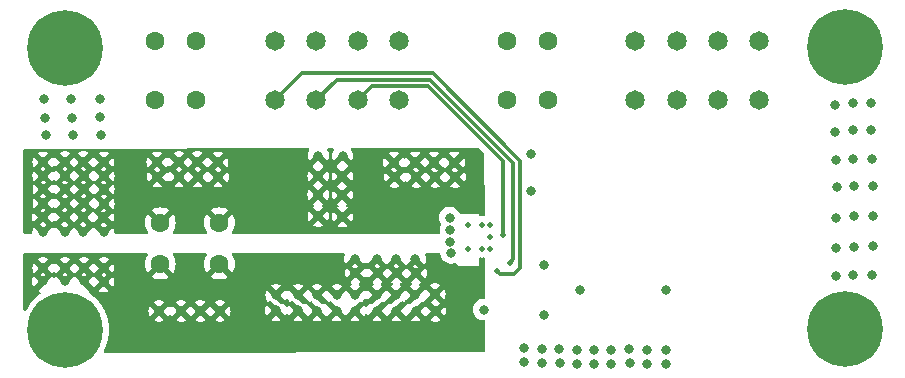
<source format=gbr>
%TF.GenerationSoftware,KiCad,Pcbnew,8.0.3*%
%TF.CreationDate,2024-08-06T18:37:16+01:00*%
%TF.ProjectId,DRV8243 DC Motor Driver Expander,44525638-3234-4332-9044-43204d6f746f,rev?*%
%TF.SameCoordinates,Original*%
%TF.FileFunction,Copper,L4,Bot*%
%TF.FilePolarity,Positive*%
%FSLAX46Y46*%
G04 Gerber Fmt 4.6, Leading zero omitted, Abs format (unit mm)*
G04 Created by KiCad (PCBNEW 8.0.3) date 2024-08-06 18:37:16*
%MOMM*%
%LPD*%
G01*
G04 APERTURE LIST*
%TA.AperFunction,ComponentPad*%
%ADD10C,0.800000*%
%TD*%
%TA.AperFunction,ComponentPad*%
%ADD11C,1.600200*%
%TD*%
%TA.AperFunction,ComponentPad*%
%ADD12C,0.499999*%
%TD*%
%TA.AperFunction,ComponentPad*%
%ADD13C,1.650000*%
%TD*%
%TA.AperFunction,ComponentPad*%
%ADD14C,6.400000*%
%TD*%
%TA.AperFunction,ViaPad*%
%ADD15C,0.800000*%
%TD*%
%TA.AperFunction,ViaPad*%
%ADD16C,0.500000*%
%TD*%
%TA.AperFunction,Conductor*%
%ADD17C,0.320000*%
%TD*%
G04 APERTURE END LIST*
D10*
%TO.P,,*%
%TO.N,OUT2*%
X105690000Y-91170000D03*
%TD*%
%TO.P,,*%
%TO.N,VCC*%
X137820000Y-105830000D03*
%TD*%
%TO.P,,*%
%TO.N,OUT2*%
X107380000Y-89960000D03*
%TD*%
%TO.P,,*%
%TO.N,OUT2*%
X96030000Y-93430000D03*
%TD*%
%TO.P,,*%
%TO.N,VCC*%
X134820000Y-105760000D03*
%TD*%
%TO.P,,*%
%TO.N,OUT2*%
X92600000Y-91090000D03*
%TD*%
%TO.P,,*%
%TO.N,OUT1*%
X118980000Y-101190000D03*
%TD*%
%TO.P,,*%
%TO.N,OUT2*%
X127490000Y-91220000D03*
%TD*%
%TO.P,,*%
%TO.N,GND*%
X97540000Y-87630000D03*
%TD*%
%TO.P,,*%
%TO.N,OUT1*%
X104290000Y-102540000D03*
%TD*%
%TO.P,,*%
%TO.N,OUT2*%
X115880000Y-92690000D03*
%TD*%
D11*
%TO.P,J3,1,1*%
%TO.N,NFAULT*%
X135331200Y-84654400D03*
%TO.P,J3,2,2*%
X135331200Y-79654400D03*
%TO.P,J3,3,3*%
%TO.N,IPROPI*%
X131831197Y-84654400D03*
%TO.P,J3,4,4*%
X131831197Y-79654400D03*
%TD*%
D10*
%TO.P,,*%
%TO.N,OUT1*%
X124150000Y-102530000D03*
%TD*%
%TO.P,,*%
%TO.N,GND*%
X162750000Y-89640000D03*
%TD*%
%TO.P,,*%
%TO.N,OUT2*%
X94430000Y-89940000D03*
%TD*%
%TO.P,,*%
%TO.N,VCC*%
X134840000Y-106950000D03*
%TD*%
%TO.P,,*%
%TO.N,OUT1*%
X114170000Y-102500000D03*
%TD*%
D12*
%TO.P,U1,15*%
%TO.N,VCC*%
X130454400Y-95265999D03*
%TO.P,U1,16*%
X130454400Y-97266001D03*
%TO.P,U1,17*%
X130454400Y-96266000D03*
%TO.P,U1,18*%
%TO.N,OUT2*%
X129754399Y-95265999D03*
%TO.P,U1,19*%
%TO.N,OUT1*%
X129754399Y-97266001D03*
%TO.P,U1,20*%
%TO.N,GND*%
X128604401Y-97266001D03*
%TO.P,U1,21*%
X128604401Y-95265999D03*
%TD*%
D11*
%TO.P,J5,1,1*%
%TO.N,OUT1*%
X102520000Y-98577200D03*
%TO.P,J5,2,2*%
X107520000Y-98577200D03*
%TO.P,J5,3,3*%
%TO.N,OUT2*%
X102520000Y-95077197D03*
%TO.P,J5,4,4*%
X107520000Y-95077197D03*
%TD*%
D10*
%TO.P,,*%
%TO.N,OUT1*%
X119040000Y-99320000D03*
%TD*%
%TO.P,,*%
%TO.N,VCC*%
X142250000Y-106990000D03*
%TD*%
%TO.P,,*%
%TO.N,OUT2*%
X117940000Y-94570000D03*
%TD*%
%TO.P,,*%
%TO.N,GND*%
X162820000Y-97080000D03*
%TD*%
%TO.P,,*%
%TO.N,VCC*%
X139230000Y-105870000D03*
%TD*%
%TO.P,,*%
%TO.N,OUT2*%
X115900000Y-89390000D03*
%TD*%
%TO.P,,*%
%TO.N,OUT1*%
X122470000Y-101200000D03*
%TD*%
%TO.P,,*%
%TO.N,OUT2*%
X96010000Y-95850000D03*
%TD*%
%TO.P,,*%
%TO.N,GND*%
X92710000Y-84600000D03*
%TD*%
%TO.P,,*%
%TO.N,OUT2*%
X94450000Y-93430000D03*
%TD*%
%TO.P,,*%
%TO.N,OUT1*%
X97720000Y-100060000D03*
%TD*%
%TO.P,,*%
%TO.N,OUT1*%
X124120000Y-101210000D03*
%TD*%
%TO.P,,*%
%TO.N,OUT1*%
X118980000Y-98160000D03*
%TD*%
%TO.P,,*%
%TO.N,OUT1*%
X122500000Y-102520000D03*
%TD*%
%TO.P,,*%
%TO.N,GND*%
X97430000Y-86150000D03*
%TD*%
%TO.P,,*%
%TO.N,GND*%
X161240000Y-97110000D03*
%TD*%
%TO.P,,*%
%TO.N,OUT1*%
X112320000Y-101180000D03*
%TD*%
%TO.P,,*%
%TO.N,GND*%
X92740000Y-86180000D03*
%TD*%
%TO.P,,*%
%TO.N,OUT2*%
X125770000Y-91200000D03*
%TD*%
%TO.P,,*%
%TO.N,GND*%
X127070000Y-95680000D03*
%TD*%
%TO.P,,*%
%TO.N,GND*%
X95020000Y-86180000D03*
%TD*%
%TO.P,,*%
%TO.N,VCC*%
X143730000Y-107020000D03*
%TD*%
%TO.P,,*%
%TO.N,OUT2*%
X92570000Y-94610000D03*
%TD*%
%TO.P,,*%
%TO.N,GND*%
X161170000Y-89670000D03*
%TD*%
%TO.P,,*%
%TO.N,VCC*%
X139250000Y-107060000D03*
%TD*%
%TO.P,,*%
%TO.N,GND*%
X159760000Y-97220000D03*
%TD*%
%TO.P,,*%
%TO.N,OUT1*%
X125770000Y-101120000D03*
%TD*%
%TO.P,,*%
%TO.N,GND*%
X162790000Y-99460000D03*
%TD*%
%TO.P,,*%
%TO.N,OUT1*%
X94450000Y-100040000D03*
%TD*%
%TO.P,,*%
%TO.N,OUT2*%
X104080000Y-89940000D03*
%TD*%
%TO.P,,*%
%TO.N,OUT2*%
X92610000Y-93440000D03*
%TD*%
%TO.P,,*%
%TO.N,OUT2*%
X122350000Y-91210000D03*
%TD*%
%TO.P,,*%
%TO.N,OUT2*%
X96010000Y-89940000D03*
%TD*%
%TO.P,,*%
%TO.N,GND*%
X159660000Y-87370000D03*
%TD*%
%TO.P,,*%
%TO.N,OUT2*%
X92590000Y-95860000D03*
%TD*%
%TO.P,,*%
%TO.N,GND*%
X127130000Y-97650000D03*
%TD*%
%TO.P,,*%
%TO.N,OUT1*%
X94460000Y-98900000D03*
%TD*%
%TO.P,,*%
%TO.N,OUT2*%
X104110000Y-91170000D03*
%TD*%
D13*
%TO.P,J2,1,1*%
%TO.N,NSLEEP*%
X122732800Y-84705200D03*
%TO.P,J2,2,2*%
X122732800Y-79705200D03*
%TO.P,J2,3,3*%
%TO.N,IN1*%
X119232800Y-84705200D03*
%TO.P,J2,4,4*%
X119232800Y-79705200D03*
%TO.P,J2,5,5*%
%TO.N,IN2*%
X115732800Y-84705200D03*
%TO.P,J2,6,6*%
X115732800Y-79705200D03*
%TO.P,J2,7,7*%
%TO.N,DRVOFF*%
X112232800Y-84705200D03*
%TO.P,J2,8,8*%
X112232800Y-79705200D03*
%TD*%
D10*
%TO.P,,*%
%TO.N,OUT1*%
X105910000Y-102550000D03*
%TD*%
%TO.P,,*%
%TO.N,GND*%
X92850000Y-87660000D03*
%TD*%
%TO.P,,*%
%TO.N,OUT1*%
X119010000Y-102510000D03*
%TD*%
%TO.P,,*%
%TO.N,OUT2*%
X92610000Y-92240000D03*
%TD*%
%TO.P,,*%
%TO.N,OUT1*%
X114190000Y-101180000D03*
%TD*%
%TO.P,,*%
%TO.N,OUT1*%
X115810000Y-101190000D03*
%TD*%
%TO.P,,*%
%TO.N,GND*%
X127030000Y-94640000D03*
%TD*%
%TO.P,,*%
%TO.N,OUT1*%
X112300000Y-102500000D03*
%TD*%
%TO.P,,*%
%TO.N,GND*%
X162820000Y-94500000D03*
%TD*%
%TO.P,,*%
%TO.N,OUT2*%
X127420000Y-89990000D03*
%TD*%
%TO.P,,*%
%TO.N,GND*%
X162860000Y-91950000D03*
%TD*%
%TO.P,,*%
%TO.N,OUT2*%
X96020000Y-91080000D03*
%TD*%
%TO.P,,*%
%TO.N,VCC*%
X136320000Y-106990000D03*
%TD*%
%TO.P,,*%
%TO.N,GND*%
X95130000Y-87660000D03*
%TD*%
%TO.P,,*%
%TO.N,VCC*%
X140710000Y-107020000D03*
%TD*%
%TO.P,,*%
%TO.N,OUT1*%
X92580000Y-100040000D03*
%TD*%
%TO.P,,*%
%TO.N,GND*%
X161210000Y-99490000D03*
%TD*%
%TO.P,,*%
%TO.N,OUT2*%
X102240000Y-89950000D03*
%TD*%
%TO.P,,*%
%TO.N,OUT2*%
X94430000Y-95850000D03*
%TD*%
%TO.P,,*%
%TO.N,OUT1*%
X96080000Y-98910000D03*
%TD*%
D11*
%TO.P,J1,1,1*%
%TO.N,GND*%
X105537001Y-84709000D03*
%TO.P,J1,2,2*%
X105537001Y-79709000D03*
%TO.P,J1,3,3*%
%TO.N,VCC*%
X102036998Y-84709000D03*
%TO.P,J1,4,4*%
X102036998Y-79709000D03*
%TD*%
D10*
%TO.P,,*%
%TO.N,OUT2*%
X117930000Y-91150000D03*
%TD*%
%TO.P,,*%
%TO.N,GND*%
X161280000Y-91980000D03*
%TD*%
%TO.P,,*%
%TO.N,GND*%
X159760000Y-94640000D03*
%TD*%
%TO.P,,*%
%TO.N,GND*%
X127070000Y-96680000D03*
%TD*%
%TO.P,,*%
%TO.N,OUT1*%
X97730000Y-98920000D03*
%TD*%
%TO.P,,*%
%TO.N,VCC*%
X145330000Y-107040000D03*
%TD*%
%TO.P,,*%
%TO.N,GND*%
X161140000Y-84980000D03*
%TD*%
%TO.P,,*%
%TO.N,VCC*%
X145310000Y-105850000D03*
%TD*%
%TO.P,,*%
%TO.N,OUT2*%
X97730000Y-89960000D03*
%TD*%
%TO.P,H2,1*%
%TO.N,N/C*%
X158128000Y-80183056D03*
X158830944Y-78486000D03*
X158830944Y-81880112D03*
X160528000Y-77783056D03*
D14*
X160528000Y-80183056D03*
D10*
X160528000Y-82583056D03*
X162225056Y-78486000D03*
X162225056Y-81880112D03*
X162928000Y-80183056D03*
%TD*%
%TO.P,,*%
%TO.N,GND*%
X161140000Y-87260000D03*
%TD*%
%TO.P,,*%
%TO.N,VCC*%
X143710000Y-105830000D03*
%TD*%
%TO.P,,*%
%TO.N,OUT2*%
X105660000Y-89940000D03*
%TD*%
%TO.P,,*%
%TO.N,OUT1*%
X122470000Y-98170000D03*
%TD*%
%TO.P,,*%
%TO.N,OUT1*%
X124120000Y-98180000D03*
%TD*%
%TO.P,,*%
%TO.N,GND*%
X94990000Y-84600000D03*
%TD*%
%TO.P,,*%
%TO.N,OUT2*%
X97750000Y-92250000D03*
%TD*%
%TO.P,,*%
%TO.N,OUT2*%
X97750000Y-93450000D03*
%TD*%
%TO.P,,*%
%TO.N,OUT1*%
X115790000Y-102510000D03*
%TD*%
%TO.P,H3,1*%
%TO.N,N/C*%
X92088000Y-104140000D03*
X92790944Y-102442944D03*
X92790944Y-105837056D03*
X94488000Y-101740000D03*
D14*
X94488000Y-104140000D03*
D10*
X94488000Y-106540000D03*
X96185056Y-102442944D03*
X96185056Y-105837056D03*
X96888000Y-104140000D03*
%TD*%
%TO.P,,*%
%TO.N,OUT1*%
X120850000Y-101190000D03*
%TD*%
%TO.P,,*%
%TO.N,OUT2*%
X102270000Y-91180000D03*
%TD*%
%TO.P,,*%
%TO.N,OUT2*%
X97730000Y-95870000D03*
%TD*%
%TO.P,,*%
%TO.N,OUT2*%
X94410000Y-94600000D03*
%TD*%
%TO.P,,*%
%TO.N,OUT1*%
X120910000Y-99320000D03*
%TD*%
%TO.P,,*%
%TO.N,GND*%
X162720000Y-84950000D03*
%TD*%
%TO.P,,*%
%TO.N,OUT2*%
X124120000Y-89970000D03*
%TD*%
%TO.P,,*%
%TO.N,OUT1*%
X122530000Y-99330000D03*
%TD*%
%TO.P,,*%
%TO.N,OUT2*%
X125700000Y-89970000D03*
%TD*%
%TO.P,,*%
%TO.N,OUT2*%
X115880000Y-91110000D03*
%TD*%
%TO.P,,*%
%TO.N,OUT1*%
X124180000Y-99340000D03*
%TD*%
%TO.P,,*%
%TO.N,VCC*%
X133320000Y-106890000D03*
%TD*%
%TO.P,,*%
%TO.N,VCC*%
X142230000Y-105800000D03*
%TD*%
%TO.P,,*%
%TO.N,OUT2*%
X97710000Y-94620000D03*
%TD*%
%TO.P,,*%
%TO.N,OUT1*%
X92590000Y-98900000D03*
%TD*%
%TO.P,,*%
%TO.N,OUT2*%
X107410000Y-91190000D03*
%TD*%
%TO.P,,*%
%TO.N,OUT2*%
X94440000Y-91080000D03*
%TD*%
%TO.P,,*%
%TO.N,GND*%
X161240000Y-94530000D03*
%TD*%
%TO.P,,*%
%TO.N,VCC*%
X136300000Y-105800000D03*
%TD*%
%TO.P,,*%
%TO.N,OUT2*%
X97740000Y-91100000D03*
%TD*%
%TO.P,,*%
%TO.N,OUT1*%
X96070000Y-100050000D03*
%TD*%
%TO.P,,*%
%TO.N,GND*%
X162720000Y-87230000D03*
%TD*%
%TO.P,,*%
%TO.N,OUT2*%
X92590000Y-89950000D03*
%TD*%
%TO.P,,*%
%TO.N,VCC*%
X133300000Y-105700000D03*
%TD*%
%TO.P,,*%
%TO.N,OUT2*%
X115890000Y-94530000D03*
%TD*%
%TO.P,,*%
%TO.N,OUT1*%
X102420000Y-102540000D03*
%TD*%
%TO.P,,*%
%TO.N,OUT1*%
X120880000Y-102510000D03*
%TD*%
%TO.P,,*%
%TO.N,OUT2*%
X95990000Y-94600000D03*
%TD*%
%TO.P,,*%
%TO.N,GND*%
X159800000Y-92090000D03*
%TD*%
%TO.P,,*%
%TO.N,OUT2*%
X96030000Y-92230000D03*
%TD*%
%TO.P,,*%
%TO.N,OUT2*%
X117950000Y-89430000D03*
%TD*%
%TO.P,,*%
%TO.N,OUT1*%
X117440000Y-102520000D03*
%TD*%
%TO.P,,*%
%TO.N,OUT2*%
X124190000Y-91200000D03*
%TD*%
%TO.P,,*%
%TO.N,GND*%
X159730000Y-99600000D03*
%TD*%
%TO.P,,*%
%TO.N,OUT1*%
X125820000Y-102560002D03*
%TD*%
%TO.P,,*%
%TO.N,OUT2*%
X94450000Y-92230000D03*
%TD*%
%TO.P,,*%
%TO.N,VCC*%
X140690000Y-105830000D03*
%TD*%
%TO.P,,*%
%TO.N,OUT1*%
X107560000Y-102560000D03*
%TD*%
D13*
%TO.P,J4,1,1*%
%TO.N,CSN*%
X153244000Y-84694400D03*
%TO.P,J4,2,2*%
X153244000Y-79694400D03*
%TO.P,J4,3,3*%
%TO.N,SCLK*%
X149744000Y-84694400D03*
%TO.P,J4,4,4*%
X149744000Y-79694400D03*
%TO.P,J4,5,5*%
%TO.N,SDI*%
X146244000Y-84694400D03*
%TO.P,J4,6,6*%
X146244000Y-79694400D03*
%TO.P,J4,7,7*%
%TO.N,SDO*%
X142744000Y-84694400D03*
%TO.P,J4,8,8*%
X142744000Y-79694400D03*
%TD*%
D10*
%TO.P,,*%
%TO.N,OUT2*%
X117930000Y-92730000D03*
%TD*%
%TO.P,H1,1*%
%TO.N,N/C*%
X92088000Y-80264000D03*
X92790944Y-78566944D03*
X92790944Y-81961056D03*
X94488000Y-77864000D03*
D14*
X94488000Y-80264000D03*
D10*
X94488000Y-82664000D03*
X96185056Y-78566944D03*
X96185056Y-81961056D03*
X96888000Y-80264000D03*
%TD*%
%TO.P,,*%
%TO.N,VCC*%
X137840000Y-107020000D03*
%TD*%
%TO.P,,*%
%TO.N,GND*%
X159690000Y-89780000D03*
%TD*%
%TO.P,,*%
%TO.N,OUT2*%
X122280000Y-89980000D03*
%TD*%
%TO.P,,*%
%TO.N,GND*%
X97400000Y-84570000D03*
%TD*%
%TO.P,,*%
%TO.N,OUT1*%
X117460000Y-101200000D03*
%TD*%
%TO.P,H4,1*%
%TO.N,N/C*%
X158128000Y-104093944D03*
X158830944Y-102396888D03*
X158830944Y-105791000D03*
X160528000Y-101693944D03*
D14*
X160528000Y-104093944D03*
D10*
X160528000Y-106493944D03*
X162225056Y-102396888D03*
X162225056Y-105791000D03*
X162928000Y-104093944D03*
%TD*%
%TO.P,,*%
%TO.N,OUT1*%
X120850000Y-98160000D03*
%TD*%
%TO.P,,*%
%TO.N,GND*%
X159660000Y-85090000D03*
%TD*%
D15*
%TO.N,VCC*%
X134990000Y-102890000D03*
X135010000Y-98620000D03*
X138090000Y-100780000D03*
%TO.N,GND*%
X129900000Y-102430000D03*
X133900000Y-89230000D03*
X145340000Y-100790000D03*
X133870000Y-92370000D03*
D16*
%TO.N,DRVOFF*%
X131040000Y-99190000D03*
%TO.N,OUT1*%
X127380000Y-100630000D03*
D15*
X125820000Y-105250000D03*
D16*
%TO.N,OUT2*%
X129260000Y-92640000D03*
X129286000Y-93827600D03*
X129280000Y-91280000D03*
%TO.N,IN2*%
X132090000Y-98450000D03*
%TO.N,IN1*%
X131509985Y-96089985D03*
%TD*%
D17*
%TO.N,DRVOFF*%
X114508000Y-82430000D02*
X112232800Y-84705200D01*
X133000000Y-98920000D02*
X133000000Y-89820000D01*
X132470000Y-99450000D02*
X133000000Y-98920000D01*
X131040000Y-99190000D02*
X131300000Y-99450000D01*
X125610000Y-82430000D02*
X114508000Y-82430000D01*
X133000000Y-89820000D02*
X125610000Y-82430000D01*
X131300000Y-99450000D02*
X132470000Y-99450000D01*
%TO.N,IN2*%
X125390000Y-82990000D02*
X132390000Y-89990000D01*
X132390000Y-89990000D02*
X132390000Y-98150000D01*
X132390000Y-98150000D02*
X132090000Y-98450000D01*
X117448000Y-82990000D02*
X125390000Y-82990000D01*
X115732800Y-84705200D02*
X117448000Y-82990000D01*
%TO.N,IN1*%
X131509985Y-89819985D02*
X131509985Y-96089985D01*
X120468000Y-83470000D02*
X125160000Y-83470000D01*
X125160000Y-83470000D02*
X131509985Y-89819985D01*
X119232800Y-84705200D02*
X120468000Y-83470000D01*
%TD*%
%TA.AperFunction,Conductor*%
%TO.N,OUT2*%
G36*
X129482580Y-88730761D02*
G01*
X129503462Y-88747550D01*
X129918006Y-89162094D01*
X129951491Y-89223417D01*
X129954321Y-89248780D01*
X129995630Y-94398683D01*
X129976484Y-94465879D01*
X129924049Y-94512056D01*
X129857751Y-94522898D01*
X129754403Y-94511254D01*
X129754395Y-94511254D01*
X129637883Y-94524381D01*
X129569061Y-94512326D01*
X129517682Y-94464977D01*
X129500000Y-94401161D01*
X129500000Y-94300000D01*
X127945100Y-94300000D01*
X127878061Y-94280315D01*
X127837713Y-94238000D01*
X127804147Y-94179862D01*
X127762533Y-94107784D01*
X127635871Y-93967112D01*
X127635870Y-93967111D01*
X127482734Y-93855851D01*
X127482729Y-93855848D01*
X127309807Y-93778857D01*
X127309802Y-93778855D01*
X127164001Y-93747865D01*
X127124646Y-93739500D01*
X126935354Y-93739500D01*
X126902897Y-93746398D01*
X126750197Y-93778855D01*
X126750192Y-93778857D01*
X126577270Y-93855848D01*
X126577265Y-93855851D01*
X126424129Y-93967111D01*
X126297466Y-94107785D01*
X126202821Y-94271715D01*
X126202818Y-94271722D01*
X126147996Y-94440448D01*
X126144326Y-94451744D01*
X126124540Y-94640000D01*
X126144326Y-94828256D01*
X126144327Y-94828259D01*
X126202818Y-95008277D01*
X126202820Y-95008281D01*
X126202821Y-95008284D01*
X126229620Y-95054701D01*
X126274618Y-95132641D01*
X126291090Y-95200541D01*
X126274618Y-95256638D01*
X126242821Y-95311713D01*
X126191391Y-95470000D01*
X126184326Y-95491744D01*
X126170500Y-95623297D01*
X126164540Y-95680000D01*
X126184326Y-95868258D01*
X126193674Y-95897027D01*
X126195668Y-95966868D01*
X126167523Y-96018723D01*
X126166997Y-96019302D01*
X126107349Y-96055686D01*
X126075040Y-96059922D01*
X108674326Y-96035239D01*
X108607315Y-96015459D01*
X108561635Y-95962590D01*
X108551789Y-95893418D01*
X108572927Y-95840115D01*
X108650220Y-95729729D01*
X108746359Y-95523557D01*
X108746363Y-95523548D01*
X108800745Y-95320589D01*
X115452961Y-95320589D01*
X115610355Y-95390665D01*
X115795406Y-95430000D01*
X115984594Y-95430000D01*
X116169646Y-95390665D01*
X116169651Y-95390663D01*
X116237198Y-95360589D01*
X117502961Y-95360589D01*
X117660355Y-95430665D01*
X117845406Y-95470000D01*
X118034594Y-95470000D01*
X118219646Y-95430665D01*
X118219651Y-95430663D01*
X118377036Y-95360590D01*
X118377037Y-95360589D01*
X117940001Y-94923553D01*
X117940000Y-94923553D01*
X117502961Y-95360589D01*
X116237198Y-95360589D01*
X116327036Y-95320590D01*
X116327037Y-95320589D01*
X115890001Y-94883553D01*
X115890000Y-94883553D01*
X115452961Y-95320589D01*
X108800745Y-95320589D01*
X108805237Y-95303824D01*
X108805239Y-95303814D01*
X108825066Y-95077197D01*
X108825066Y-95077196D01*
X108805239Y-94850579D01*
X108805237Y-94850569D01*
X108746363Y-94630845D01*
X108746359Y-94630836D01*
X108699339Y-94530000D01*
X114985043Y-94530000D01*
X115004819Y-94718154D01*
X115063278Y-94898072D01*
X115063281Y-94898079D01*
X115101745Y-94964700D01*
X115536447Y-94530000D01*
X115496665Y-94490218D01*
X115690000Y-94490218D01*
X115690000Y-94569782D01*
X115720448Y-94643291D01*
X115776709Y-94699552D01*
X115850218Y-94730000D01*
X115929782Y-94730000D01*
X116003291Y-94699552D01*
X116059552Y-94643291D01*
X116090000Y-94569782D01*
X116090000Y-94529999D01*
X116243553Y-94529999D01*
X116243553Y-94530001D01*
X116678253Y-94964701D01*
X116716720Y-94898076D01*
X116775180Y-94718154D01*
X116789576Y-94581185D01*
X116800736Y-94554059D01*
X117025921Y-94554059D01*
X117034874Y-94571838D01*
X117036218Y-94581184D01*
X117054819Y-94758154D01*
X117113278Y-94938072D01*
X117113281Y-94938079D01*
X117151745Y-95004700D01*
X117586447Y-94570000D01*
X117546665Y-94530218D01*
X117740000Y-94530218D01*
X117740000Y-94609782D01*
X117770448Y-94683291D01*
X117826709Y-94739552D01*
X117900218Y-94770000D01*
X117979782Y-94770000D01*
X118053291Y-94739552D01*
X118109552Y-94683291D01*
X118140000Y-94609782D01*
X118140000Y-94569999D01*
X118293553Y-94569999D01*
X118293553Y-94570001D01*
X118728253Y-95004701D01*
X118766720Y-94938076D01*
X118825180Y-94758154D01*
X118844956Y-94570000D01*
X118825180Y-94381845D01*
X118766721Y-94201927D01*
X118766718Y-94201920D01*
X118728253Y-94135297D01*
X118293553Y-94569999D01*
X118140000Y-94569999D01*
X118140000Y-94530218D01*
X118109552Y-94456709D01*
X118053291Y-94400448D01*
X117979782Y-94370000D01*
X117900218Y-94370000D01*
X117826709Y-94400448D01*
X117770448Y-94456709D01*
X117740000Y-94530218D01*
X117546665Y-94530218D01*
X117151745Y-94135298D01*
X117113279Y-94201923D01*
X117054819Y-94381845D01*
X117040423Y-94518815D01*
X117025921Y-94554059D01*
X116800736Y-94554059D01*
X116804077Y-94545938D01*
X116795125Y-94528160D01*
X116793781Y-94518814D01*
X116775180Y-94341845D01*
X116716721Y-94161927D01*
X116716718Y-94161920D01*
X116678253Y-94095297D01*
X116243553Y-94529999D01*
X116090000Y-94529999D01*
X116090000Y-94490218D01*
X116059552Y-94416709D01*
X116003291Y-94360448D01*
X115929782Y-94330000D01*
X115850218Y-94330000D01*
X115776709Y-94360448D01*
X115720448Y-94416709D01*
X115690000Y-94490218D01*
X115496665Y-94490218D01*
X115101745Y-94095298D01*
X115063279Y-94161923D01*
X115004819Y-94341845D01*
X114985043Y-94530000D01*
X108699339Y-94530000D01*
X108650221Y-94424666D01*
X108599096Y-94351652D01*
X108040602Y-94910145D01*
X108028884Y-94866410D01*
X107956989Y-94741884D01*
X107855313Y-94640208D01*
X107730787Y-94568313D01*
X107687049Y-94556593D01*
X108245543Y-93998099D01*
X108245543Y-93998098D01*
X108172537Y-93946979D01*
X108172533Y-93946977D01*
X107966360Y-93850837D01*
X107966351Y-93850833D01*
X107746627Y-93791959D01*
X107746617Y-93791957D01*
X107520001Y-93772131D01*
X107519999Y-93772131D01*
X107293382Y-93791957D01*
X107293372Y-93791959D01*
X107073648Y-93850833D01*
X107073639Y-93850837D01*
X106867463Y-93946979D01*
X106794456Y-93998098D01*
X106794455Y-93998099D01*
X107352950Y-94556593D01*
X107309213Y-94568313D01*
X107184687Y-94640208D01*
X107083011Y-94741884D01*
X107011116Y-94866410D01*
X106999396Y-94910146D01*
X106440902Y-94351652D01*
X106440901Y-94351653D01*
X106389782Y-94424660D01*
X106293640Y-94630836D01*
X106293636Y-94630845D01*
X106234762Y-94850569D01*
X106234760Y-94850579D01*
X106214934Y-95077196D01*
X106214934Y-95077197D01*
X106234760Y-95303814D01*
X106234762Y-95303824D01*
X106293636Y-95523548D01*
X106293640Y-95523557D01*
X106389779Y-95729729D01*
X106464777Y-95836836D01*
X106487104Y-95903043D01*
X106470094Y-95970810D01*
X106419146Y-96018623D01*
X106363026Y-96031960D01*
X103679287Y-96028153D01*
X103612276Y-96008373D01*
X103566596Y-95955504D01*
X103556750Y-95886332D01*
X103577889Y-95833029D01*
X103650215Y-95729736D01*
X103650219Y-95729730D01*
X103746359Y-95523557D01*
X103746363Y-95523548D01*
X103805237Y-95303824D01*
X103805239Y-95303814D01*
X103825066Y-95077197D01*
X103825066Y-95077196D01*
X103805239Y-94850579D01*
X103805237Y-94850569D01*
X103746363Y-94630845D01*
X103746359Y-94630836D01*
X103650221Y-94424666D01*
X103599096Y-94351652D01*
X103040602Y-94910145D01*
X103028884Y-94866410D01*
X102956989Y-94741884D01*
X102855313Y-94640208D01*
X102730787Y-94568313D01*
X102687049Y-94556593D01*
X103245543Y-93998099D01*
X103245543Y-93998098D01*
X103172537Y-93946979D01*
X103172533Y-93946977D01*
X102966360Y-93850837D01*
X102966351Y-93850833D01*
X102746627Y-93791959D01*
X102746617Y-93791957D01*
X102520001Y-93772131D01*
X102519999Y-93772131D01*
X102293382Y-93791957D01*
X102293372Y-93791959D01*
X102073648Y-93850833D01*
X102073639Y-93850837D01*
X101867463Y-93946979D01*
X101794456Y-93998098D01*
X101794455Y-93998099D01*
X102352950Y-94556593D01*
X102309213Y-94568313D01*
X102184687Y-94640208D01*
X102083011Y-94741884D01*
X102011116Y-94866410D01*
X101999396Y-94910146D01*
X101440902Y-94351652D01*
X101440901Y-94351653D01*
X101389782Y-94424660D01*
X101293640Y-94630836D01*
X101293636Y-94630845D01*
X101234762Y-94850569D01*
X101234760Y-94850579D01*
X101214934Y-95077196D01*
X101214934Y-95077197D01*
X101234760Y-95303814D01*
X101234762Y-95303824D01*
X101293636Y-95523548D01*
X101293640Y-95523557D01*
X101389780Y-95729730D01*
X101389783Y-95729734D01*
X101459805Y-95829738D01*
X101482132Y-95895944D01*
X101465121Y-95963712D01*
X101414173Y-96011524D01*
X101358054Y-96024861D01*
X98756608Y-96021171D01*
X98689597Y-96001391D01*
X98643917Y-95948522D01*
X98633463Y-95884208D01*
X98634956Y-95869999D01*
X98615180Y-95681845D01*
X98556721Y-95501927D01*
X98556718Y-95501920D01*
X98518253Y-95435297D01*
X97933546Y-96020004D01*
X97862939Y-96019903D01*
X97899552Y-95983291D01*
X97930000Y-95909782D01*
X97930000Y-95830218D01*
X97899552Y-95756709D01*
X97843291Y-95700448D01*
X97769782Y-95670000D01*
X97690218Y-95670000D01*
X97616709Y-95700448D01*
X97560448Y-95756709D01*
X97530000Y-95830218D01*
X97530000Y-95909782D01*
X97560448Y-95983291D01*
X97596683Y-96019526D01*
X97525873Y-96019426D01*
X96941744Y-95435297D01*
X96901267Y-95440627D01*
X96832231Y-95429862D01*
X96818880Y-95418013D01*
X96798253Y-95415297D01*
X96196011Y-96017539D01*
X96125404Y-96017438D01*
X96179552Y-95963291D01*
X96210000Y-95889782D01*
X96210000Y-95810218D01*
X96179552Y-95736709D01*
X96123291Y-95680448D01*
X96049782Y-95650000D01*
X95970218Y-95650000D01*
X95896709Y-95680448D01*
X95840448Y-95736709D01*
X95810000Y-95810218D01*
X95810000Y-95889782D01*
X95840448Y-95963291D01*
X95894268Y-96017111D01*
X95823458Y-96017011D01*
X95225018Y-95418571D01*
X95221047Y-95413397D01*
X95218945Y-95413398D01*
X95214963Y-95418588D01*
X94618249Y-96015301D01*
X94547642Y-96015200D01*
X94599552Y-95963291D01*
X94630000Y-95889782D01*
X94630000Y-95810218D01*
X94599552Y-95736709D01*
X94543291Y-95680448D01*
X94469782Y-95650000D01*
X94390218Y-95650000D01*
X94316709Y-95680448D01*
X94260448Y-95736709D01*
X94230000Y-95810218D01*
X94230000Y-95889782D01*
X94260448Y-95963291D01*
X94312023Y-96014866D01*
X94241213Y-96014766D01*
X93641745Y-95415298D01*
X93641744Y-95415298D01*
X93614499Y-95462488D01*
X93563932Y-95510704D01*
X93495325Y-95523927D01*
X93430460Y-95497959D01*
X93399724Y-95462487D01*
X93378252Y-95425297D01*
X92790840Y-96012709D01*
X92720234Y-96012608D01*
X92759552Y-95973291D01*
X92790000Y-95899782D01*
X92790000Y-95820218D01*
X92759552Y-95746709D01*
X92703291Y-95690448D01*
X92629782Y-95660000D01*
X92550218Y-95660000D01*
X92476709Y-95690448D01*
X92420448Y-95746709D01*
X92390000Y-95820218D01*
X92390000Y-95899782D01*
X92420448Y-95973291D01*
X92459396Y-96012239D01*
X92388586Y-96012139D01*
X91801745Y-95425298D01*
X91763279Y-95491923D01*
X91704819Y-95671845D01*
X91685043Y-95860001D01*
X91686515Y-95874008D01*
X91673944Y-95942737D01*
X91626212Y-95993760D01*
X91563018Y-96010967D01*
X91055824Y-96010248D01*
X90988813Y-95990468D01*
X90943133Y-95937600D01*
X90932000Y-95886248D01*
X90932000Y-95225000D01*
X92308553Y-95225000D01*
X92590000Y-95506447D01*
X92851447Y-95245000D01*
X92821447Y-95215000D01*
X94148553Y-95215000D01*
X94430000Y-95496447D01*
X94691447Y-95235000D01*
X94671447Y-95215000D01*
X95728553Y-95215000D01*
X96010000Y-95496447D01*
X96271447Y-95235000D01*
X97448553Y-95235000D01*
X97730000Y-95516447D01*
X97991447Y-95255000D01*
X97710000Y-94973553D01*
X97448553Y-95235000D01*
X96271447Y-95235000D01*
X95990000Y-94953553D01*
X95728553Y-95215000D01*
X94671447Y-95215000D01*
X94410000Y-94953553D01*
X94148553Y-95215000D01*
X92821447Y-95215000D01*
X92570000Y-94963553D01*
X92308553Y-95225000D01*
X90932000Y-95225000D01*
X90932000Y-94610000D01*
X91665043Y-94610000D01*
X91684819Y-94798154D01*
X91743278Y-94978072D01*
X91743281Y-94978079D01*
X91781745Y-95044700D01*
X92216447Y-94610000D01*
X92176665Y-94570218D01*
X92370000Y-94570218D01*
X92370000Y-94649782D01*
X92400448Y-94723291D01*
X92456709Y-94779552D01*
X92530218Y-94810000D01*
X92609782Y-94810000D01*
X92683291Y-94779552D01*
X92739552Y-94723291D01*
X92770000Y-94649782D01*
X92770000Y-94609999D01*
X92923553Y-94609999D01*
X92923553Y-94610000D01*
X93358253Y-95044701D01*
X93385499Y-94997511D01*
X93436066Y-94949295D01*
X93504673Y-94936073D01*
X93569538Y-94962041D01*
X93600273Y-94997510D01*
X93621745Y-95034700D01*
X94056447Y-94600000D01*
X94016665Y-94560218D01*
X94210000Y-94560218D01*
X94210000Y-94639782D01*
X94240448Y-94713291D01*
X94296709Y-94769552D01*
X94370218Y-94800000D01*
X94449782Y-94800000D01*
X94523291Y-94769552D01*
X94579552Y-94713291D01*
X94610000Y-94639782D01*
X94610000Y-94599999D01*
X94763553Y-94599999D01*
X94763553Y-94600000D01*
X95194964Y-95031411D01*
X95198946Y-95036600D01*
X95201046Y-95036601D01*
X95205017Y-95031427D01*
X95636446Y-94599999D01*
X95596665Y-94560218D01*
X95790000Y-94560218D01*
X95790000Y-94639782D01*
X95820448Y-94713291D01*
X95876709Y-94769552D01*
X95950218Y-94800000D01*
X96029782Y-94800000D01*
X96103291Y-94769552D01*
X96159552Y-94713291D01*
X96190000Y-94639782D01*
X96190000Y-94599999D01*
X96343553Y-94599999D01*
X96343553Y-94600001D01*
X96778253Y-95034701D01*
X96818731Y-95029372D01*
X96887767Y-95040137D01*
X96901115Y-95051984D01*
X96921745Y-95054700D01*
X97356447Y-94620000D01*
X97316665Y-94580218D01*
X97510000Y-94580218D01*
X97510000Y-94659782D01*
X97540448Y-94733291D01*
X97596709Y-94789552D01*
X97670218Y-94820000D01*
X97749782Y-94820000D01*
X97823291Y-94789552D01*
X97879552Y-94733291D01*
X97910000Y-94659782D01*
X97910000Y-94619999D01*
X98063553Y-94619999D01*
X98063553Y-94620000D01*
X98498253Y-95054701D01*
X98536720Y-94988076D01*
X98595180Y-94808154D01*
X98614956Y-94620000D01*
X98595180Y-94431845D01*
X98536721Y-94251927D01*
X98536718Y-94251920D01*
X98498253Y-94185297D01*
X98063553Y-94619999D01*
X97910000Y-94619999D01*
X97910000Y-94580218D01*
X97879552Y-94506709D01*
X97823291Y-94450448D01*
X97749782Y-94420000D01*
X97670218Y-94420000D01*
X97596709Y-94450448D01*
X97540448Y-94506709D01*
X97510000Y-94580218D01*
X97316665Y-94580218D01*
X96921744Y-94185297D01*
X96881267Y-94190627D01*
X96812231Y-94179862D01*
X96798880Y-94168013D01*
X96778253Y-94165297D01*
X96343553Y-94599999D01*
X96190000Y-94599999D01*
X96190000Y-94560218D01*
X96159552Y-94486709D01*
X96103291Y-94430448D01*
X96029782Y-94400000D01*
X95950218Y-94400000D01*
X95876709Y-94430448D01*
X95820448Y-94486709D01*
X95790000Y-94560218D01*
X95596665Y-94560218D01*
X95205018Y-94168571D01*
X95201047Y-94163397D01*
X95198945Y-94163398D01*
X95194963Y-94168588D01*
X94763553Y-94599999D01*
X94610000Y-94599999D01*
X94610000Y-94560218D01*
X94579552Y-94486709D01*
X94523291Y-94430448D01*
X94449782Y-94400000D01*
X94370218Y-94400000D01*
X94296709Y-94430448D01*
X94240448Y-94486709D01*
X94210000Y-94560218D01*
X94016665Y-94560218D01*
X93621745Y-94165298D01*
X93621744Y-94165298D01*
X93594499Y-94212488D01*
X93543932Y-94260704D01*
X93475325Y-94273927D01*
X93410460Y-94247959D01*
X93379724Y-94212487D01*
X93358252Y-94175297D01*
X92923553Y-94609999D01*
X92770000Y-94609999D01*
X92770000Y-94570218D01*
X92739552Y-94496709D01*
X92683291Y-94440448D01*
X92609782Y-94410000D01*
X92530218Y-94410000D01*
X92456709Y-94440448D01*
X92400448Y-94496709D01*
X92370000Y-94570218D01*
X92176665Y-94570218D01*
X91781745Y-94175298D01*
X91743279Y-94241923D01*
X91684819Y-94421845D01*
X91665043Y-94610000D01*
X90932000Y-94610000D01*
X90932000Y-94045000D01*
X92358553Y-94045000D01*
X92570000Y-94256447D01*
X92791447Y-94035000D01*
X94198553Y-94035000D01*
X94410000Y-94246447D01*
X94621447Y-94035000D01*
X95778553Y-94035000D01*
X95990000Y-94246447D01*
X96181447Y-94055000D01*
X97498553Y-94055000D01*
X97710000Y-94266447D01*
X97961447Y-94015000D01*
X97750000Y-93803553D01*
X97498553Y-94055000D01*
X96181447Y-94055000D01*
X96241447Y-93995000D01*
X96030000Y-93783553D01*
X95778553Y-94035000D01*
X94621447Y-94035000D01*
X94661447Y-93995000D01*
X94450000Y-93783553D01*
X94198553Y-94035000D01*
X92791447Y-94035000D01*
X92821447Y-94005000D01*
X92610000Y-93793553D01*
X92358553Y-94045000D01*
X90932000Y-94045000D01*
X90932000Y-93440000D01*
X91705043Y-93440000D01*
X91724819Y-93628154D01*
X91783278Y-93808072D01*
X91783281Y-93808079D01*
X91821745Y-93874700D01*
X92256447Y-93440000D01*
X92216665Y-93400218D01*
X92410000Y-93400218D01*
X92410000Y-93479782D01*
X92440448Y-93553291D01*
X92496709Y-93609552D01*
X92570218Y-93640000D01*
X92649782Y-93640000D01*
X92723291Y-93609552D01*
X92779552Y-93553291D01*
X92810000Y-93479782D01*
X92810000Y-93439999D01*
X92963553Y-93439999D01*
X92963553Y-93440000D01*
X93398253Y-93874701D01*
X93425499Y-93827511D01*
X93476066Y-93779295D01*
X93544673Y-93766073D01*
X93609538Y-93792041D01*
X93640273Y-93827510D01*
X93661745Y-93864700D01*
X94096447Y-93430000D01*
X94056665Y-93390218D01*
X94250000Y-93390218D01*
X94250000Y-93469782D01*
X94280448Y-93543291D01*
X94336709Y-93599552D01*
X94410218Y-93630000D01*
X94489782Y-93630000D01*
X94563291Y-93599552D01*
X94619552Y-93543291D01*
X94650000Y-93469782D01*
X94650000Y-93429999D01*
X94803553Y-93429999D01*
X94803553Y-93430000D01*
X95234964Y-93861411D01*
X95238946Y-93866600D01*
X95241046Y-93866601D01*
X95245017Y-93861427D01*
X95676446Y-93429999D01*
X95636665Y-93390218D01*
X95830000Y-93390218D01*
X95830000Y-93469782D01*
X95860448Y-93543291D01*
X95916709Y-93599552D01*
X95990218Y-93630000D01*
X96069782Y-93630000D01*
X96143291Y-93599552D01*
X96199552Y-93543291D01*
X96230000Y-93469782D01*
X96230000Y-93429999D01*
X96383553Y-93429999D01*
X96383553Y-93430001D01*
X96818253Y-93864701D01*
X96858731Y-93859372D01*
X96927767Y-93870137D01*
X96941115Y-93881984D01*
X96961745Y-93884700D01*
X97396447Y-93450000D01*
X97356665Y-93410218D01*
X97550000Y-93410218D01*
X97550000Y-93489782D01*
X97580448Y-93563291D01*
X97636709Y-93619552D01*
X97710218Y-93650000D01*
X97789782Y-93650000D01*
X97863291Y-93619552D01*
X97919552Y-93563291D01*
X97950000Y-93489782D01*
X97950000Y-93449999D01*
X98103553Y-93449999D01*
X98103553Y-93450001D01*
X98538253Y-93884701D01*
X98576720Y-93818076D01*
X98635180Y-93638154D01*
X98651741Y-93480589D01*
X115442961Y-93480589D01*
X115484190Y-93498945D01*
X115537427Y-93544195D01*
X115557749Y-93611044D01*
X115538704Y-93678268D01*
X115486338Y-93724524D01*
X115484191Y-93725505D01*
X115452961Y-93739409D01*
X115890000Y-94176447D01*
X115890001Y-94176447D01*
X116327037Y-93739409D01*
X116285809Y-93721053D01*
X116232572Y-93675803D01*
X116212250Y-93608954D01*
X116231295Y-93541730D01*
X116255229Y-93520589D01*
X117492961Y-93520589D01*
X117534190Y-93538945D01*
X117587427Y-93584195D01*
X117607749Y-93651044D01*
X117588704Y-93718268D01*
X117536338Y-93764524D01*
X117534191Y-93765505D01*
X117502961Y-93779409D01*
X117940000Y-94216447D01*
X117940001Y-94216447D01*
X118377037Y-93779409D01*
X118335809Y-93761053D01*
X118282572Y-93715803D01*
X118262250Y-93648954D01*
X118281295Y-93581730D01*
X118333661Y-93535474D01*
X118335809Y-93534493D01*
X118367037Y-93520589D01*
X117930001Y-93083553D01*
X117930000Y-93083553D01*
X117492961Y-93520589D01*
X116255229Y-93520589D01*
X116283661Y-93495474D01*
X116285809Y-93494493D01*
X116317037Y-93480589D01*
X115880001Y-93043553D01*
X115880000Y-93043553D01*
X115442961Y-93480589D01*
X98651741Y-93480589D01*
X98654956Y-93450000D01*
X98635180Y-93261845D01*
X98576721Y-93081927D01*
X98576718Y-93081920D01*
X98538253Y-93015297D01*
X98103553Y-93449999D01*
X97950000Y-93449999D01*
X97950000Y-93410218D01*
X97919552Y-93336709D01*
X97863291Y-93280448D01*
X97789782Y-93250000D01*
X97710218Y-93250000D01*
X97636709Y-93280448D01*
X97580448Y-93336709D01*
X97550000Y-93410218D01*
X97356665Y-93410218D01*
X96961744Y-93015297D01*
X96921267Y-93020627D01*
X96852231Y-93009862D01*
X96838880Y-92998013D01*
X96818253Y-92995297D01*
X96383553Y-93429999D01*
X96230000Y-93429999D01*
X96230000Y-93390218D01*
X96199552Y-93316709D01*
X96143291Y-93260448D01*
X96069782Y-93230000D01*
X95990218Y-93230000D01*
X95916709Y-93260448D01*
X95860448Y-93316709D01*
X95830000Y-93390218D01*
X95636665Y-93390218D01*
X95245018Y-92998571D01*
X95241047Y-92993397D01*
X95238945Y-92993398D01*
X95234963Y-92998588D01*
X94803553Y-93429999D01*
X94650000Y-93429999D01*
X94650000Y-93390218D01*
X94619552Y-93316709D01*
X94563291Y-93260448D01*
X94489782Y-93230000D01*
X94410218Y-93230000D01*
X94336709Y-93260448D01*
X94280448Y-93316709D01*
X94250000Y-93390218D01*
X94056665Y-93390218D01*
X93661745Y-92995298D01*
X93661744Y-92995298D01*
X93634499Y-93042488D01*
X93583932Y-93090704D01*
X93515325Y-93103927D01*
X93450460Y-93077959D01*
X93419724Y-93042487D01*
X93398252Y-93005297D01*
X92963553Y-93439999D01*
X92810000Y-93439999D01*
X92810000Y-93400218D01*
X92779552Y-93326709D01*
X92723291Y-93270448D01*
X92649782Y-93240000D01*
X92570218Y-93240000D01*
X92496709Y-93270448D01*
X92440448Y-93326709D01*
X92410000Y-93400218D01*
X92216665Y-93400218D01*
X91821745Y-93005298D01*
X91783279Y-93071923D01*
X91724819Y-93251845D01*
X91705043Y-93440000D01*
X90932000Y-93440000D01*
X90932000Y-92840000D01*
X92363553Y-92840000D01*
X92610000Y-93086447D01*
X92856447Y-92840000D01*
X92846447Y-92830000D01*
X94203553Y-92830000D01*
X94450000Y-93076447D01*
X94696447Y-92830000D01*
X95783553Y-92830000D01*
X96030000Y-93076447D01*
X96256447Y-92850000D01*
X97503553Y-92850000D01*
X97750000Y-93096447D01*
X97996447Y-92850000D01*
X97836447Y-92690000D01*
X114975043Y-92690000D01*
X114994819Y-92878154D01*
X115053278Y-93058072D01*
X115053281Y-93058079D01*
X115091745Y-93124700D01*
X115526447Y-92690000D01*
X115486665Y-92650218D01*
X115680000Y-92650218D01*
X115680000Y-92729782D01*
X115710448Y-92803291D01*
X115766709Y-92859552D01*
X115840218Y-92890000D01*
X115919782Y-92890000D01*
X115993291Y-92859552D01*
X116049552Y-92803291D01*
X116080000Y-92729782D01*
X116080000Y-92689999D01*
X116233553Y-92689999D01*
X116233553Y-92690000D01*
X116668253Y-93124701D01*
X116706720Y-93058076D01*
X116765180Y-92878154D01*
X116779576Y-92741185D01*
X116790736Y-92714059D01*
X117015921Y-92714059D01*
X117024874Y-92731838D01*
X117026218Y-92741184D01*
X117044819Y-92918154D01*
X117103278Y-93098072D01*
X117103281Y-93098079D01*
X117141745Y-93164700D01*
X117576447Y-92730000D01*
X117536665Y-92690218D01*
X117730000Y-92690218D01*
X117730000Y-92769782D01*
X117760448Y-92843291D01*
X117816709Y-92899552D01*
X117890218Y-92930000D01*
X117969782Y-92930000D01*
X118043291Y-92899552D01*
X118099552Y-92843291D01*
X118130000Y-92769782D01*
X118130000Y-92729999D01*
X118283553Y-92729999D01*
X118283553Y-92730001D01*
X118718253Y-93164701D01*
X118756720Y-93098076D01*
X118815180Y-92918154D01*
X118834956Y-92730000D01*
X118815180Y-92541845D01*
X118756721Y-92361927D01*
X118756718Y-92361920D01*
X118718253Y-92295297D01*
X118283553Y-92729999D01*
X118130000Y-92729999D01*
X118130000Y-92690218D01*
X118099552Y-92616709D01*
X118043291Y-92560448D01*
X117969782Y-92530000D01*
X117890218Y-92530000D01*
X117816709Y-92560448D01*
X117760448Y-92616709D01*
X117730000Y-92690218D01*
X117536665Y-92690218D01*
X117141745Y-92295298D01*
X117103279Y-92361923D01*
X117044819Y-92541845D01*
X117030423Y-92678815D01*
X117015921Y-92714059D01*
X116790736Y-92714059D01*
X116794077Y-92705938D01*
X116785125Y-92688160D01*
X116783781Y-92678814D01*
X116765180Y-92501845D01*
X116706721Y-92321927D01*
X116706718Y-92321920D01*
X116668253Y-92255297D01*
X116233553Y-92689999D01*
X116080000Y-92689999D01*
X116080000Y-92650218D01*
X116049552Y-92576709D01*
X115993291Y-92520448D01*
X115919782Y-92490000D01*
X115840218Y-92490000D01*
X115766709Y-92520448D01*
X115710448Y-92576709D01*
X115680000Y-92650218D01*
X115486665Y-92650218D01*
X115091745Y-92255298D01*
X115053279Y-92321923D01*
X114994819Y-92501845D01*
X114975043Y-92690000D01*
X97836447Y-92690000D01*
X97750000Y-92603553D01*
X97503553Y-92850000D01*
X96256447Y-92850000D01*
X96276447Y-92830000D01*
X96030000Y-92583553D01*
X95783553Y-92830000D01*
X94696447Y-92830000D01*
X94450000Y-92583553D01*
X94203553Y-92830000D01*
X92846447Y-92830000D01*
X92610000Y-92593553D01*
X92363553Y-92840000D01*
X90932000Y-92840000D01*
X90932000Y-92240000D01*
X91705043Y-92240000D01*
X91724819Y-92428154D01*
X91783278Y-92608072D01*
X91783281Y-92608079D01*
X91821745Y-92674700D01*
X92256447Y-92240000D01*
X92216665Y-92200218D01*
X92410000Y-92200218D01*
X92410000Y-92279782D01*
X92440448Y-92353291D01*
X92496709Y-92409552D01*
X92570218Y-92440000D01*
X92649782Y-92440000D01*
X92723291Y-92409552D01*
X92779552Y-92353291D01*
X92810000Y-92279782D01*
X92810000Y-92239999D01*
X92963553Y-92239999D01*
X92963553Y-92240000D01*
X93398253Y-92674701D01*
X93425499Y-92627511D01*
X93476066Y-92579295D01*
X93544673Y-92566073D01*
X93609538Y-92592041D01*
X93640273Y-92627510D01*
X93661745Y-92664700D01*
X94096447Y-92230000D01*
X94056665Y-92190218D01*
X94250000Y-92190218D01*
X94250000Y-92269782D01*
X94280448Y-92343291D01*
X94336709Y-92399552D01*
X94410218Y-92430000D01*
X94489782Y-92430000D01*
X94563291Y-92399552D01*
X94619552Y-92343291D01*
X94650000Y-92269782D01*
X94650000Y-92229999D01*
X94803553Y-92229999D01*
X94803553Y-92230000D01*
X95234964Y-92661411D01*
X95238946Y-92666600D01*
X95241046Y-92666601D01*
X95245017Y-92661427D01*
X95676446Y-92229999D01*
X95636665Y-92190218D01*
X95830000Y-92190218D01*
X95830000Y-92269782D01*
X95860448Y-92343291D01*
X95916709Y-92399552D01*
X95990218Y-92430000D01*
X96069782Y-92430000D01*
X96143291Y-92399552D01*
X96199552Y-92343291D01*
X96230000Y-92269782D01*
X96230000Y-92229999D01*
X96383553Y-92229999D01*
X96383553Y-92230001D01*
X96818253Y-92664701D01*
X96858731Y-92659372D01*
X96927767Y-92670137D01*
X96941115Y-92681984D01*
X96961745Y-92684700D01*
X97396447Y-92250000D01*
X97356665Y-92210218D01*
X97550000Y-92210218D01*
X97550000Y-92289782D01*
X97580448Y-92363291D01*
X97636709Y-92419552D01*
X97710218Y-92450000D01*
X97789782Y-92450000D01*
X97863291Y-92419552D01*
X97919552Y-92363291D01*
X97950000Y-92289782D01*
X97950000Y-92249999D01*
X98103553Y-92249999D01*
X98103553Y-92250001D01*
X98538253Y-92684701D01*
X98576720Y-92618076D01*
X98635180Y-92438154D01*
X98654956Y-92250000D01*
X98635180Y-92061845D01*
X98605529Y-91970589D01*
X101832961Y-91970589D01*
X101990355Y-92040665D01*
X102175406Y-92080000D01*
X102364594Y-92080000D01*
X102549646Y-92040665D01*
X102549651Y-92040663D01*
X102707036Y-91970590D01*
X102707037Y-91970589D01*
X102697037Y-91960589D01*
X103672961Y-91960589D01*
X103830355Y-92030665D01*
X104015406Y-92070000D01*
X104204594Y-92070000D01*
X104389646Y-92030665D01*
X104389651Y-92030663D01*
X104547036Y-91960590D01*
X104547037Y-91960589D01*
X105252961Y-91960589D01*
X105410355Y-92030665D01*
X105595406Y-92070000D01*
X105784594Y-92070000D01*
X105969646Y-92030665D01*
X105969651Y-92030663D01*
X106082118Y-91980589D01*
X106972961Y-91980589D01*
X107130355Y-92050665D01*
X107315406Y-92090000D01*
X107504594Y-92090000D01*
X107689646Y-92050665D01*
X107689651Y-92050663D01*
X107847036Y-91980590D01*
X107847037Y-91980589D01*
X107766448Y-91900000D01*
X115443553Y-91900000D01*
X115880000Y-92336447D01*
X116276447Y-91940000D01*
X117493553Y-91940000D01*
X117930000Y-92376447D01*
X118305858Y-92000589D01*
X121912961Y-92000589D01*
X122070355Y-92070665D01*
X122255406Y-92110000D01*
X122444594Y-92110000D01*
X122629646Y-92070665D01*
X122629651Y-92070663D01*
X122787036Y-92000590D01*
X122787037Y-92000589D01*
X122777037Y-91990589D01*
X123752961Y-91990589D01*
X123910355Y-92060665D01*
X124095406Y-92100000D01*
X124284594Y-92100000D01*
X124469646Y-92060665D01*
X124469651Y-92060663D01*
X124627036Y-91990590D01*
X124627037Y-91990589D01*
X125332961Y-91990589D01*
X125490355Y-92060665D01*
X125675406Y-92100000D01*
X125864594Y-92100000D01*
X126049646Y-92060665D01*
X126049651Y-92060663D01*
X126162118Y-92010589D01*
X127052961Y-92010589D01*
X127210355Y-92080665D01*
X127395406Y-92120000D01*
X127584594Y-92120000D01*
X127769646Y-92080665D01*
X127769651Y-92080663D01*
X127927036Y-92010590D01*
X127927037Y-92010589D01*
X127490001Y-91573553D01*
X127490000Y-91573553D01*
X127052961Y-92010589D01*
X126162118Y-92010589D01*
X126207036Y-91990590D01*
X126207037Y-91990589D01*
X125770001Y-91553553D01*
X125770000Y-91553553D01*
X125332961Y-91990589D01*
X124627037Y-91990589D01*
X124190001Y-91553553D01*
X124190000Y-91553553D01*
X123752961Y-91990589D01*
X122777037Y-91990589D01*
X122350001Y-91563553D01*
X122350000Y-91563553D01*
X121912961Y-92000589D01*
X118305858Y-92000589D01*
X118366447Y-91940000D01*
X117930000Y-91503553D01*
X117493553Y-91940000D01*
X116276447Y-91940000D01*
X116316447Y-91900000D01*
X115880000Y-91463553D01*
X115443553Y-91900000D01*
X107766448Y-91900000D01*
X107410001Y-91543553D01*
X107410000Y-91543553D01*
X106972961Y-91980589D01*
X106082118Y-91980589D01*
X106127036Y-91960590D01*
X106127037Y-91960589D01*
X105690001Y-91523553D01*
X105690000Y-91523553D01*
X105252961Y-91960589D01*
X104547037Y-91960589D01*
X104110001Y-91523553D01*
X104110000Y-91523553D01*
X103672961Y-91960589D01*
X102697037Y-91960589D01*
X102270001Y-91533553D01*
X102270000Y-91533553D01*
X101832961Y-91970589D01*
X98605529Y-91970589D01*
X98576721Y-91881927D01*
X98576718Y-91881920D01*
X98538253Y-91815297D01*
X98103553Y-92249999D01*
X97950000Y-92249999D01*
X97950000Y-92210218D01*
X97919552Y-92136709D01*
X97863291Y-92080448D01*
X97789782Y-92050000D01*
X97710218Y-92050000D01*
X97636709Y-92080448D01*
X97580448Y-92136709D01*
X97550000Y-92210218D01*
X97356665Y-92210218D01*
X96961744Y-91815297D01*
X96921267Y-91820627D01*
X96852231Y-91809862D01*
X96838880Y-91798013D01*
X96818253Y-91795297D01*
X96383553Y-92229999D01*
X96230000Y-92229999D01*
X96230000Y-92190218D01*
X96199552Y-92116709D01*
X96143291Y-92060448D01*
X96069782Y-92030000D01*
X95990218Y-92030000D01*
X95916709Y-92060448D01*
X95860448Y-92116709D01*
X95830000Y-92190218D01*
X95636665Y-92190218D01*
X95245018Y-91798571D01*
X95241047Y-91793397D01*
X95238945Y-91793398D01*
X95234963Y-91798588D01*
X94803553Y-92229999D01*
X94650000Y-92229999D01*
X94650000Y-92190218D01*
X94619552Y-92116709D01*
X94563291Y-92060448D01*
X94489782Y-92030000D01*
X94410218Y-92030000D01*
X94336709Y-92060448D01*
X94280448Y-92116709D01*
X94250000Y-92190218D01*
X94056665Y-92190218D01*
X93661745Y-91795298D01*
X93661744Y-91795298D01*
X93634499Y-91842488D01*
X93583932Y-91890704D01*
X93515325Y-91903927D01*
X93450460Y-91877959D01*
X93419724Y-91842487D01*
X93398252Y-91805297D01*
X92963553Y-92239999D01*
X92810000Y-92239999D01*
X92810000Y-92200218D01*
X92779552Y-92126709D01*
X92723291Y-92070448D01*
X92649782Y-92040000D01*
X92570218Y-92040000D01*
X92496709Y-92070448D01*
X92440448Y-92126709D01*
X92410000Y-92200218D01*
X92216665Y-92200218D01*
X91821745Y-91805298D01*
X91783279Y-91871923D01*
X91724819Y-92051845D01*
X91705043Y-92240000D01*
X90932000Y-92240000D01*
X90932000Y-91660000D01*
X92383553Y-91660000D01*
X92610000Y-91886447D01*
X92826447Y-91670000D01*
X92806447Y-91650000D01*
X94223553Y-91650000D01*
X94450000Y-91876447D01*
X94666447Y-91660000D01*
X94656447Y-91650000D01*
X95803553Y-91650000D01*
X96030000Y-91876447D01*
X96236447Y-91670000D01*
X97523553Y-91670000D01*
X97750000Y-91896447D01*
X97966447Y-91680000D01*
X97740000Y-91453553D01*
X97523553Y-91670000D01*
X96236447Y-91670000D01*
X96246447Y-91660000D01*
X96020000Y-91433553D01*
X95803553Y-91650000D01*
X94656447Y-91650000D01*
X94440000Y-91433553D01*
X94223553Y-91650000D01*
X92806447Y-91650000D01*
X92600000Y-91443553D01*
X92383553Y-91660000D01*
X90932000Y-91660000D01*
X90932000Y-91090000D01*
X91695043Y-91090000D01*
X91714819Y-91278154D01*
X91773278Y-91458072D01*
X91773281Y-91458079D01*
X91811745Y-91524700D01*
X92246447Y-91090000D01*
X92206665Y-91050218D01*
X92400000Y-91050218D01*
X92400000Y-91129782D01*
X92430448Y-91203291D01*
X92486709Y-91259552D01*
X92560218Y-91290000D01*
X92639782Y-91290000D01*
X92713291Y-91259552D01*
X92769552Y-91203291D01*
X92800000Y-91129782D01*
X92800000Y-91089999D01*
X92953553Y-91089999D01*
X92953553Y-91090001D01*
X93388253Y-91524701D01*
X93415499Y-91477511D01*
X93466066Y-91429295D01*
X93534673Y-91416073D01*
X93599538Y-91442041D01*
X93630273Y-91477510D01*
X93651745Y-91514700D01*
X94086447Y-91080000D01*
X94046665Y-91040218D01*
X94240000Y-91040218D01*
X94240000Y-91119782D01*
X94270448Y-91193291D01*
X94326709Y-91249552D01*
X94400218Y-91280000D01*
X94479782Y-91280000D01*
X94553291Y-91249552D01*
X94609552Y-91193291D01*
X94640000Y-91119782D01*
X94640000Y-91079999D01*
X94793553Y-91079999D01*
X94793553Y-91080000D01*
X95224964Y-91511411D01*
X95228946Y-91516600D01*
X95231046Y-91516601D01*
X95235017Y-91511427D01*
X95666446Y-91079999D01*
X95626665Y-91040218D01*
X95820000Y-91040218D01*
X95820000Y-91119782D01*
X95850448Y-91193291D01*
X95906709Y-91249552D01*
X95980218Y-91280000D01*
X96059782Y-91280000D01*
X96133291Y-91249552D01*
X96189552Y-91193291D01*
X96220000Y-91119782D01*
X96220000Y-91079999D01*
X96373553Y-91079999D01*
X96373553Y-91080000D01*
X96808253Y-91514701D01*
X96848731Y-91509372D01*
X96917767Y-91520137D01*
X96931115Y-91531984D01*
X96951745Y-91534700D01*
X97386447Y-91100000D01*
X97346665Y-91060218D01*
X97540000Y-91060218D01*
X97540000Y-91139782D01*
X97570448Y-91213291D01*
X97626709Y-91269552D01*
X97700218Y-91300000D01*
X97779782Y-91300000D01*
X97853291Y-91269552D01*
X97909552Y-91213291D01*
X97940000Y-91139782D01*
X97940000Y-91099999D01*
X98093553Y-91099999D01*
X98093553Y-91100001D01*
X98528253Y-91534701D01*
X98566720Y-91468076D01*
X98625180Y-91288154D01*
X98636548Y-91180000D01*
X101365043Y-91180000D01*
X101384819Y-91368154D01*
X101443278Y-91548072D01*
X101443281Y-91548079D01*
X101481745Y-91614700D01*
X101916447Y-91180000D01*
X101876665Y-91140218D01*
X102070000Y-91140218D01*
X102070000Y-91219782D01*
X102100448Y-91293291D01*
X102156709Y-91349552D01*
X102230218Y-91380000D01*
X102309782Y-91380000D01*
X102383291Y-91349552D01*
X102439552Y-91293291D01*
X102470000Y-91219782D01*
X102470000Y-91179999D01*
X102623553Y-91179999D01*
X102623553Y-91180000D01*
X103058253Y-91614701D01*
X103085499Y-91567511D01*
X103136066Y-91519295D01*
X103204673Y-91506073D01*
X103269538Y-91532041D01*
X103300273Y-91567510D01*
X103321745Y-91604700D01*
X103756447Y-91170000D01*
X103716665Y-91130218D01*
X103910000Y-91130218D01*
X103910000Y-91209782D01*
X103940448Y-91283291D01*
X103996709Y-91339552D01*
X104070218Y-91370000D01*
X104149782Y-91370000D01*
X104223291Y-91339552D01*
X104279552Y-91283291D01*
X104310000Y-91209782D01*
X104310000Y-91169999D01*
X104463553Y-91169999D01*
X104463553Y-91170000D01*
X104894964Y-91601411D01*
X104898946Y-91606600D01*
X104901046Y-91606601D01*
X104905017Y-91601427D01*
X105336446Y-91169999D01*
X105296665Y-91130218D01*
X105490000Y-91130218D01*
X105490000Y-91209782D01*
X105520448Y-91283291D01*
X105576709Y-91339552D01*
X105650218Y-91370000D01*
X105729782Y-91370000D01*
X105803291Y-91339552D01*
X105859552Y-91283291D01*
X105890000Y-91209782D01*
X105890000Y-91169999D01*
X106043553Y-91169999D01*
X106043553Y-91170001D01*
X106478253Y-91604701D01*
X106518731Y-91599372D01*
X106587767Y-91610137D01*
X106601115Y-91621984D01*
X106621745Y-91624700D01*
X107056447Y-91190000D01*
X107016665Y-91150218D01*
X107210000Y-91150218D01*
X107210000Y-91229782D01*
X107240448Y-91303291D01*
X107296709Y-91359552D01*
X107370218Y-91390000D01*
X107449782Y-91390000D01*
X107523291Y-91359552D01*
X107579552Y-91303291D01*
X107610000Y-91229782D01*
X107610000Y-91189999D01*
X107763553Y-91189999D01*
X107763553Y-91190000D01*
X108198253Y-91624701D01*
X108236720Y-91558076D01*
X108295180Y-91378154D01*
X108314956Y-91190000D01*
X108306548Y-91110000D01*
X114975043Y-91110000D01*
X114994819Y-91298154D01*
X115053278Y-91478072D01*
X115053281Y-91478079D01*
X115091745Y-91544700D01*
X115526447Y-91110000D01*
X115486665Y-91070218D01*
X115680000Y-91070218D01*
X115680000Y-91149782D01*
X115710448Y-91223291D01*
X115766709Y-91279552D01*
X115840218Y-91310000D01*
X115919782Y-91310000D01*
X115993291Y-91279552D01*
X116049552Y-91223291D01*
X116080000Y-91149782D01*
X116080000Y-91109999D01*
X116233553Y-91109999D01*
X116233553Y-91110000D01*
X116668253Y-91544701D01*
X116706720Y-91478076D01*
X116765180Y-91298154D01*
X116779576Y-91161185D01*
X116790736Y-91134059D01*
X117015921Y-91134059D01*
X117024874Y-91151838D01*
X117026218Y-91161184D01*
X117044819Y-91338154D01*
X117103278Y-91518072D01*
X117103281Y-91518079D01*
X117141745Y-91584700D01*
X117576447Y-91150000D01*
X117536665Y-91110218D01*
X117730000Y-91110218D01*
X117730000Y-91189782D01*
X117760448Y-91263291D01*
X117816709Y-91319552D01*
X117890218Y-91350000D01*
X117969782Y-91350000D01*
X118043291Y-91319552D01*
X118099552Y-91263291D01*
X118130000Y-91189782D01*
X118130000Y-91149999D01*
X118283553Y-91149999D01*
X118283553Y-91150001D01*
X118718253Y-91584701D01*
X118756720Y-91518076D01*
X118815180Y-91338154D01*
X118828650Y-91210000D01*
X121445043Y-91210000D01*
X121464819Y-91398154D01*
X121523278Y-91578072D01*
X121523281Y-91578079D01*
X121561745Y-91644700D01*
X121996447Y-91210000D01*
X121956665Y-91170218D01*
X122150000Y-91170218D01*
X122150000Y-91249782D01*
X122180448Y-91323291D01*
X122236709Y-91379552D01*
X122310218Y-91410000D01*
X122389782Y-91410000D01*
X122463291Y-91379552D01*
X122519552Y-91323291D01*
X122550000Y-91249782D01*
X122550000Y-91209999D01*
X122703553Y-91209999D01*
X122703553Y-91210001D01*
X123138253Y-91644701D01*
X123165499Y-91597511D01*
X123216066Y-91549295D01*
X123284673Y-91536073D01*
X123349538Y-91562041D01*
X123380273Y-91597510D01*
X123401745Y-91634700D01*
X123836447Y-91200000D01*
X123796665Y-91160218D01*
X123990000Y-91160218D01*
X123990000Y-91239782D01*
X124020448Y-91313291D01*
X124076709Y-91369552D01*
X124150218Y-91400000D01*
X124229782Y-91400000D01*
X124303291Y-91369552D01*
X124359552Y-91313291D01*
X124390000Y-91239782D01*
X124390000Y-91199999D01*
X124543553Y-91199999D01*
X124543553Y-91200000D01*
X124974964Y-91631411D01*
X124978946Y-91636600D01*
X124981046Y-91636601D01*
X124985017Y-91631427D01*
X125416446Y-91199999D01*
X125376665Y-91160218D01*
X125570000Y-91160218D01*
X125570000Y-91239782D01*
X125600448Y-91313291D01*
X125656709Y-91369552D01*
X125730218Y-91400000D01*
X125809782Y-91400000D01*
X125883291Y-91369552D01*
X125939552Y-91313291D01*
X125970000Y-91239782D01*
X125970000Y-91199999D01*
X126123553Y-91199999D01*
X126123553Y-91200000D01*
X126558253Y-91634701D01*
X126598731Y-91629372D01*
X126667767Y-91640137D01*
X126681115Y-91651984D01*
X126701745Y-91654700D01*
X127136447Y-91220000D01*
X127096665Y-91180218D01*
X127290000Y-91180218D01*
X127290000Y-91259782D01*
X127320448Y-91333291D01*
X127376709Y-91389552D01*
X127450218Y-91420000D01*
X127529782Y-91420000D01*
X127603291Y-91389552D01*
X127659552Y-91333291D01*
X127690000Y-91259782D01*
X127690000Y-91219999D01*
X127843553Y-91219999D01*
X127843553Y-91220001D01*
X128278253Y-91654701D01*
X128316720Y-91588076D01*
X128375180Y-91408154D01*
X128394956Y-91220000D01*
X128375180Y-91031845D01*
X128316721Y-90851927D01*
X128316718Y-90851920D01*
X128278253Y-90785297D01*
X127843553Y-91219999D01*
X127690000Y-91219999D01*
X127690000Y-91180218D01*
X127659552Y-91106709D01*
X127603291Y-91050448D01*
X127529782Y-91020000D01*
X127450218Y-91020000D01*
X127376709Y-91050448D01*
X127320448Y-91106709D01*
X127290000Y-91180218D01*
X127096665Y-91180218D01*
X126701744Y-90785297D01*
X126661267Y-90790627D01*
X126592231Y-90779862D01*
X126578880Y-90768013D01*
X126558253Y-90765297D01*
X126123553Y-91199999D01*
X125970000Y-91199999D01*
X125970000Y-91160218D01*
X125939552Y-91086709D01*
X125883291Y-91030448D01*
X125809782Y-91000000D01*
X125730218Y-91000000D01*
X125656709Y-91030448D01*
X125600448Y-91086709D01*
X125570000Y-91160218D01*
X125376665Y-91160218D01*
X124985018Y-90768571D01*
X124981047Y-90763397D01*
X124978945Y-90763398D01*
X124974963Y-90768588D01*
X124543553Y-91199999D01*
X124390000Y-91199999D01*
X124390000Y-91160218D01*
X124359552Y-91086709D01*
X124303291Y-91030448D01*
X124229782Y-91000000D01*
X124150218Y-91000000D01*
X124076709Y-91030448D01*
X124020448Y-91086709D01*
X123990000Y-91160218D01*
X123796665Y-91160218D01*
X123401745Y-90765298D01*
X123401744Y-90765298D01*
X123374499Y-90812488D01*
X123323932Y-90860704D01*
X123255325Y-90873927D01*
X123190460Y-90847959D01*
X123159724Y-90812487D01*
X123138252Y-90775297D01*
X122703553Y-91209999D01*
X122550000Y-91209999D01*
X122550000Y-91170218D01*
X122519552Y-91096709D01*
X122463291Y-91040448D01*
X122389782Y-91010000D01*
X122310218Y-91010000D01*
X122236709Y-91040448D01*
X122180448Y-91096709D01*
X122150000Y-91170218D01*
X121956665Y-91170218D01*
X121561745Y-90775298D01*
X121523279Y-90841923D01*
X121464819Y-91021845D01*
X121445043Y-91210000D01*
X118828650Y-91210000D01*
X118834956Y-91150000D01*
X118815180Y-90961845D01*
X118756721Y-90781927D01*
X118756718Y-90781920D01*
X118718253Y-90715297D01*
X118283553Y-91149999D01*
X118130000Y-91149999D01*
X118130000Y-91110218D01*
X118099552Y-91036709D01*
X118043291Y-90980448D01*
X117969782Y-90950000D01*
X117890218Y-90950000D01*
X117816709Y-90980448D01*
X117760448Y-91036709D01*
X117730000Y-91110218D01*
X117536665Y-91110218D01*
X117141745Y-90715298D01*
X117103279Y-90781923D01*
X117044819Y-90961845D01*
X117030423Y-91098815D01*
X117015921Y-91134059D01*
X116790736Y-91134059D01*
X116794077Y-91125938D01*
X116785125Y-91108160D01*
X116783781Y-91098814D01*
X116765180Y-90921845D01*
X116706721Y-90741927D01*
X116706718Y-90741920D01*
X116668253Y-90675297D01*
X116233553Y-91109999D01*
X116080000Y-91109999D01*
X116080000Y-91070218D01*
X116049552Y-90996709D01*
X115993291Y-90940448D01*
X115919782Y-90910000D01*
X115840218Y-90910000D01*
X115766709Y-90940448D01*
X115710448Y-90996709D01*
X115680000Y-91070218D01*
X115486665Y-91070218D01*
X115091745Y-90675298D01*
X115053279Y-90741923D01*
X114994819Y-90921845D01*
X114975043Y-91110000D01*
X108306548Y-91110000D01*
X108295180Y-91001845D01*
X108236721Y-90821927D01*
X108236718Y-90821920D01*
X108198253Y-90755297D01*
X107763553Y-91189999D01*
X107610000Y-91189999D01*
X107610000Y-91150218D01*
X107579552Y-91076709D01*
X107523291Y-91020448D01*
X107449782Y-90990000D01*
X107370218Y-90990000D01*
X107296709Y-91020448D01*
X107240448Y-91076709D01*
X107210000Y-91150218D01*
X107016665Y-91150218D01*
X106621744Y-90755297D01*
X106581267Y-90760627D01*
X106512231Y-90749862D01*
X106498880Y-90738013D01*
X106478253Y-90735297D01*
X106043553Y-91169999D01*
X105890000Y-91169999D01*
X105890000Y-91130218D01*
X105859552Y-91056709D01*
X105803291Y-91000448D01*
X105729782Y-90970000D01*
X105650218Y-90970000D01*
X105576709Y-91000448D01*
X105520448Y-91056709D01*
X105490000Y-91130218D01*
X105296665Y-91130218D01*
X104905018Y-90738571D01*
X104901047Y-90733397D01*
X104898945Y-90733398D01*
X104894963Y-90738588D01*
X104463553Y-91169999D01*
X104310000Y-91169999D01*
X104310000Y-91130218D01*
X104279552Y-91056709D01*
X104223291Y-91000448D01*
X104149782Y-90970000D01*
X104070218Y-90970000D01*
X103996709Y-91000448D01*
X103940448Y-91056709D01*
X103910000Y-91130218D01*
X103716665Y-91130218D01*
X103321745Y-90735298D01*
X103321744Y-90735298D01*
X103294499Y-90782488D01*
X103243932Y-90830704D01*
X103175325Y-90843927D01*
X103110460Y-90817959D01*
X103079724Y-90782487D01*
X103058252Y-90745297D01*
X102623553Y-91179999D01*
X102470000Y-91179999D01*
X102470000Y-91140218D01*
X102439552Y-91066709D01*
X102383291Y-91010448D01*
X102309782Y-90980000D01*
X102230218Y-90980000D01*
X102156709Y-91010448D01*
X102100448Y-91066709D01*
X102070000Y-91140218D01*
X101876665Y-91140218D01*
X101481745Y-90745298D01*
X101443279Y-90811923D01*
X101384819Y-90991845D01*
X101365043Y-91180000D01*
X98636548Y-91180000D01*
X98644956Y-91100000D01*
X98625180Y-90911845D01*
X98566721Y-90731927D01*
X98566718Y-90731920D01*
X98528253Y-90665297D01*
X98093553Y-91099999D01*
X97940000Y-91099999D01*
X97940000Y-91060218D01*
X97909552Y-90986709D01*
X97853291Y-90930448D01*
X97779782Y-90900000D01*
X97700218Y-90900000D01*
X97626709Y-90930448D01*
X97570448Y-90986709D01*
X97540000Y-91060218D01*
X97346665Y-91060218D01*
X96951744Y-90665297D01*
X96911267Y-90670627D01*
X96842231Y-90659862D01*
X96828880Y-90648013D01*
X96808253Y-90645297D01*
X96373553Y-91079999D01*
X96220000Y-91079999D01*
X96220000Y-91040218D01*
X96189552Y-90966709D01*
X96133291Y-90910448D01*
X96059782Y-90880000D01*
X95980218Y-90880000D01*
X95906709Y-90910448D01*
X95850448Y-90966709D01*
X95820000Y-91040218D01*
X95626665Y-91040218D01*
X95235018Y-90648571D01*
X95231047Y-90643397D01*
X95228945Y-90643398D01*
X95224963Y-90648588D01*
X94793553Y-91079999D01*
X94640000Y-91079999D01*
X94640000Y-91040218D01*
X94609552Y-90966709D01*
X94553291Y-90910448D01*
X94479782Y-90880000D01*
X94400218Y-90880000D01*
X94326709Y-90910448D01*
X94270448Y-90966709D01*
X94240000Y-91040218D01*
X94046665Y-91040218D01*
X93651745Y-90645298D01*
X93651744Y-90645298D01*
X93624499Y-90692488D01*
X93573932Y-90740704D01*
X93505325Y-90753927D01*
X93440460Y-90727959D01*
X93409724Y-90692487D01*
X93388252Y-90655297D01*
X92953553Y-91089999D01*
X92800000Y-91089999D01*
X92800000Y-91050218D01*
X92769552Y-90976709D01*
X92713291Y-90920448D01*
X92639782Y-90890000D01*
X92560218Y-90890000D01*
X92486709Y-90920448D01*
X92430448Y-90976709D01*
X92400000Y-91050218D01*
X92206665Y-91050218D01*
X91811745Y-90655298D01*
X91773279Y-90721923D01*
X91714819Y-90901845D01*
X91695043Y-91090000D01*
X90932000Y-91090000D01*
X90932000Y-90515000D01*
X92378553Y-90515000D01*
X92600000Y-90736447D01*
X92811447Y-90525000D01*
X92791447Y-90505000D01*
X94218553Y-90505000D01*
X94440000Y-90726447D01*
X94651447Y-90515000D01*
X94641447Y-90505000D01*
X95798553Y-90505000D01*
X96020000Y-90726447D01*
X96221447Y-90525000D01*
X97518553Y-90525000D01*
X97740000Y-90746447D01*
X97936447Y-90550000D01*
X101993553Y-90550000D01*
X102270000Y-90826447D01*
X102516447Y-90580000D01*
X102476447Y-90540000D01*
X103833553Y-90540000D01*
X104110000Y-90816447D01*
X104356447Y-90570000D01*
X104326447Y-90540000D01*
X105413553Y-90540000D01*
X105690000Y-90816447D01*
X105936447Y-90570000D01*
X105926447Y-90560000D01*
X107133553Y-90560000D01*
X107410000Y-90836447D01*
X107656447Y-90590000D01*
X107380000Y-90313553D01*
X107133553Y-90560000D01*
X105926447Y-90560000D01*
X105660000Y-90293553D01*
X105413553Y-90540000D01*
X104326447Y-90540000D01*
X104080000Y-90293553D01*
X103833553Y-90540000D01*
X102476447Y-90540000D01*
X102240000Y-90303553D01*
X101993553Y-90550000D01*
X97936447Y-90550000D01*
X97951447Y-90535000D01*
X97730000Y-90313553D01*
X97518553Y-90525000D01*
X96221447Y-90525000D01*
X96231447Y-90515000D01*
X96010000Y-90293553D01*
X95798553Y-90505000D01*
X94641447Y-90505000D01*
X94430000Y-90293553D01*
X94218553Y-90505000D01*
X92791447Y-90505000D01*
X92590000Y-90303553D01*
X92378553Y-90515000D01*
X90932000Y-90515000D01*
X90932000Y-89950000D01*
X91685043Y-89950000D01*
X91704819Y-90138154D01*
X91763278Y-90318072D01*
X91763281Y-90318079D01*
X91801745Y-90384700D01*
X92236447Y-89950000D01*
X92196665Y-89910218D01*
X92390000Y-89910218D01*
X92390000Y-89989782D01*
X92420448Y-90063291D01*
X92476709Y-90119552D01*
X92550218Y-90150000D01*
X92629782Y-90150000D01*
X92703291Y-90119552D01*
X92759552Y-90063291D01*
X92790000Y-89989782D01*
X92790000Y-89949999D01*
X92943553Y-89949999D01*
X92943553Y-89950001D01*
X93378253Y-90384701D01*
X93405499Y-90337511D01*
X93456066Y-90289295D01*
X93524673Y-90276073D01*
X93589538Y-90302041D01*
X93620273Y-90337510D01*
X93641745Y-90374700D01*
X94076447Y-89940000D01*
X94036665Y-89900218D01*
X94230000Y-89900218D01*
X94230000Y-89979782D01*
X94260448Y-90053291D01*
X94316709Y-90109552D01*
X94390218Y-90140000D01*
X94469782Y-90140000D01*
X94543291Y-90109552D01*
X94599552Y-90053291D01*
X94630000Y-89979782D01*
X94630000Y-89939999D01*
X94783553Y-89939999D01*
X94783553Y-89940000D01*
X95214964Y-90371411D01*
X95218946Y-90376600D01*
X95221046Y-90376601D01*
X95225017Y-90371427D01*
X95656446Y-89939999D01*
X95616665Y-89900218D01*
X95810000Y-89900218D01*
X95810000Y-89979782D01*
X95840448Y-90053291D01*
X95896709Y-90109552D01*
X95970218Y-90140000D01*
X96049782Y-90140000D01*
X96123291Y-90109552D01*
X96179552Y-90053291D01*
X96210000Y-89979782D01*
X96210000Y-89939999D01*
X96363553Y-89939999D01*
X96363553Y-89940000D01*
X96798253Y-90374701D01*
X96838731Y-90369372D01*
X96907767Y-90380137D01*
X96921115Y-90391984D01*
X96941745Y-90394700D01*
X97376447Y-89960000D01*
X97336665Y-89920218D01*
X97530000Y-89920218D01*
X97530000Y-89999782D01*
X97560448Y-90073291D01*
X97616709Y-90129552D01*
X97690218Y-90160000D01*
X97769782Y-90160000D01*
X97843291Y-90129552D01*
X97899552Y-90073291D01*
X97930000Y-89999782D01*
X97930000Y-89959999D01*
X98083553Y-89959999D01*
X98083553Y-89960001D01*
X98518253Y-90394701D01*
X98556720Y-90328076D01*
X98615180Y-90148154D01*
X98634956Y-89960000D01*
X98633905Y-89950000D01*
X101335043Y-89950000D01*
X101354819Y-90138154D01*
X101413278Y-90318072D01*
X101413281Y-90318079D01*
X101451745Y-90384700D01*
X101886447Y-89950000D01*
X101846665Y-89910218D01*
X102040000Y-89910218D01*
X102040000Y-89989782D01*
X102070448Y-90063291D01*
X102126709Y-90119552D01*
X102200218Y-90150000D01*
X102279782Y-90150000D01*
X102353291Y-90119552D01*
X102409552Y-90063291D01*
X102440000Y-89989782D01*
X102440000Y-89949999D01*
X102593553Y-89949999D01*
X102593553Y-89950001D01*
X103028253Y-90384701D01*
X103055499Y-90337511D01*
X103106066Y-90289295D01*
X103174673Y-90276073D01*
X103239538Y-90302041D01*
X103270273Y-90337510D01*
X103291745Y-90374700D01*
X103726447Y-89940000D01*
X103686665Y-89900218D01*
X103880000Y-89900218D01*
X103880000Y-89979782D01*
X103910448Y-90053291D01*
X103966709Y-90109552D01*
X104040218Y-90140000D01*
X104119782Y-90140000D01*
X104193291Y-90109552D01*
X104249552Y-90053291D01*
X104280000Y-89979782D01*
X104280000Y-89939999D01*
X104433553Y-89939999D01*
X104433553Y-89940000D01*
X104864964Y-90371411D01*
X104868946Y-90376600D01*
X104871046Y-90376601D01*
X104875017Y-90371427D01*
X105306446Y-89939999D01*
X105266665Y-89900218D01*
X105460000Y-89900218D01*
X105460000Y-89979782D01*
X105490448Y-90053291D01*
X105546709Y-90109552D01*
X105620218Y-90140000D01*
X105699782Y-90140000D01*
X105773291Y-90109552D01*
X105829552Y-90053291D01*
X105860000Y-89979782D01*
X105860000Y-89939999D01*
X106013553Y-89939999D01*
X106013553Y-89940001D01*
X106448253Y-90374701D01*
X106488731Y-90369372D01*
X106557767Y-90380137D01*
X106571115Y-90391984D01*
X106591745Y-90394700D01*
X107026447Y-89960000D01*
X106986665Y-89920218D01*
X107180000Y-89920218D01*
X107180000Y-89999782D01*
X107210448Y-90073291D01*
X107266709Y-90129552D01*
X107340218Y-90160000D01*
X107419782Y-90160000D01*
X107493291Y-90129552D01*
X107549552Y-90073291D01*
X107580000Y-89999782D01*
X107580000Y-89959999D01*
X107733553Y-89959999D01*
X107733553Y-89960000D01*
X108168253Y-90394701D01*
X108206720Y-90328076D01*
X108209536Y-90319409D01*
X115442961Y-90319409D01*
X115880000Y-90756447D01*
X115880001Y-90756447D01*
X116277037Y-90359409D01*
X117492961Y-90359409D01*
X117930000Y-90796447D01*
X117930001Y-90796447D01*
X118166447Y-90560000D01*
X122053553Y-90560000D01*
X122350000Y-90856447D01*
X122576447Y-90630000D01*
X122496447Y-90550000D01*
X123893553Y-90550000D01*
X124190000Y-90846447D01*
X124416447Y-90620000D01*
X124346447Y-90550000D01*
X125473553Y-90550000D01*
X125770000Y-90846447D01*
X125996447Y-90620000D01*
X125946447Y-90570000D01*
X127193553Y-90570000D01*
X127490000Y-90866447D01*
X127716447Y-90640000D01*
X127420000Y-90343553D01*
X127193553Y-90570000D01*
X125946447Y-90570000D01*
X125700000Y-90323553D01*
X125473553Y-90550000D01*
X124346447Y-90550000D01*
X124120000Y-90323553D01*
X123893553Y-90550000D01*
X122496447Y-90550000D01*
X122280000Y-90333553D01*
X122053553Y-90560000D01*
X118166447Y-90560000D01*
X118367036Y-90359410D01*
X118362608Y-90335515D01*
X118369746Y-90266011D01*
X118381302Y-90251529D01*
X118387037Y-90220589D01*
X118146448Y-89980000D01*
X121375043Y-89980000D01*
X121394819Y-90168154D01*
X121453278Y-90348072D01*
X121453281Y-90348079D01*
X121491745Y-90414700D01*
X121926447Y-89980000D01*
X121886665Y-89940218D01*
X122080000Y-89940218D01*
X122080000Y-90019782D01*
X122110448Y-90093291D01*
X122166709Y-90149552D01*
X122240218Y-90180000D01*
X122319782Y-90180000D01*
X122393291Y-90149552D01*
X122449552Y-90093291D01*
X122480000Y-90019782D01*
X122480000Y-89979999D01*
X122633553Y-89979999D01*
X122633553Y-89980000D01*
X123068253Y-90414701D01*
X123095499Y-90367511D01*
X123146066Y-90319295D01*
X123214673Y-90306073D01*
X123279538Y-90332041D01*
X123310273Y-90367510D01*
X123331745Y-90404700D01*
X123766447Y-89970000D01*
X123726665Y-89930218D01*
X123920000Y-89930218D01*
X123920000Y-90009782D01*
X123950448Y-90083291D01*
X124006709Y-90139552D01*
X124080218Y-90170000D01*
X124159782Y-90170000D01*
X124233291Y-90139552D01*
X124289552Y-90083291D01*
X124320000Y-90009782D01*
X124320000Y-89969999D01*
X124473553Y-89969999D01*
X124473553Y-89970000D01*
X124904964Y-90401411D01*
X124908946Y-90406600D01*
X124911046Y-90406601D01*
X124915017Y-90401427D01*
X125346446Y-89969999D01*
X125306665Y-89930218D01*
X125500000Y-89930218D01*
X125500000Y-90009782D01*
X125530448Y-90083291D01*
X125586709Y-90139552D01*
X125660218Y-90170000D01*
X125739782Y-90170000D01*
X125813291Y-90139552D01*
X125869552Y-90083291D01*
X125900000Y-90009782D01*
X125900000Y-89969999D01*
X126053553Y-89969999D01*
X126053553Y-89970001D01*
X126488253Y-90404701D01*
X126528731Y-90399372D01*
X126597767Y-90410137D01*
X126611115Y-90421984D01*
X126631745Y-90424700D01*
X127066447Y-89990000D01*
X127026665Y-89950218D01*
X127220000Y-89950218D01*
X127220000Y-90029782D01*
X127250448Y-90103291D01*
X127306709Y-90159552D01*
X127380218Y-90190000D01*
X127459782Y-90190000D01*
X127533291Y-90159552D01*
X127589552Y-90103291D01*
X127620000Y-90029782D01*
X127620000Y-89989999D01*
X127773553Y-89989999D01*
X127773553Y-89990001D01*
X128208253Y-90424701D01*
X128246720Y-90358076D01*
X128305180Y-90178154D01*
X128324956Y-89990000D01*
X128305180Y-89801845D01*
X128246721Y-89621927D01*
X128246718Y-89621920D01*
X128208253Y-89555297D01*
X127773553Y-89989999D01*
X127620000Y-89989999D01*
X127620000Y-89950218D01*
X127589552Y-89876709D01*
X127533291Y-89820448D01*
X127459782Y-89790000D01*
X127380218Y-89790000D01*
X127306709Y-89820448D01*
X127250448Y-89876709D01*
X127220000Y-89950218D01*
X127026665Y-89950218D01*
X126631744Y-89555297D01*
X126591267Y-89560627D01*
X126522231Y-89549862D01*
X126508880Y-89538013D01*
X126488253Y-89535297D01*
X126053553Y-89969999D01*
X125900000Y-89969999D01*
X125900000Y-89930218D01*
X125869552Y-89856709D01*
X125813291Y-89800448D01*
X125739782Y-89770000D01*
X125660218Y-89770000D01*
X125586709Y-89800448D01*
X125530448Y-89856709D01*
X125500000Y-89930218D01*
X125306665Y-89930218D01*
X124915018Y-89538571D01*
X124911047Y-89533397D01*
X124908945Y-89533398D01*
X124904963Y-89538588D01*
X124473553Y-89969999D01*
X124320000Y-89969999D01*
X124320000Y-89930218D01*
X124289552Y-89856709D01*
X124233291Y-89800448D01*
X124159782Y-89770000D01*
X124080218Y-89770000D01*
X124006709Y-89800448D01*
X123950448Y-89856709D01*
X123920000Y-89930218D01*
X123726665Y-89930218D01*
X123331745Y-89535298D01*
X123331744Y-89535298D01*
X123304499Y-89582488D01*
X123253932Y-89630704D01*
X123185325Y-89643927D01*
X123120460Y-89617959D01*
X123089724Y-89582487D01*
X123068252Y-89545297D01*
X122633553Y-89979999D01*
X122480000Y-89979999D01*
X122480000Y-89940218D01*
X122449552Y-89866709D01*
X122393291Y-89810448D01*
X122319782Y-89780000D01*
X122240218Y-89780000D01*
X122166709Y-89810448D01*
X122110448Y-89866709D01*
X122080000Y-89940218D01*
X121886665Y-89940218D01*
X121491745Y-89545298D01*
X121453279Y-89611923D01*
X121394819Y-89791845D01*
X121375043Y-89980000D01*
X118146448Y-89980000D01*
X117950001Y-89783553D01*
X117950000Y-89783553D01*
X117512961Y-90220589D01*
X117517390Y-90244484D01*
X117510251Y-90313988D01*
X117498696Y-90328467D01*
X117492961Y-90359409D01*
X116277037Y-90359409D01*
X116317036Y-90319410D01*
X116312608Y-90295515D01*
X116319746Y-90226011D01*
X116331302Y-90211529D01*
X116337037Y-90180589D01*
X115900001Y-89743553D01*
X115900000Y-89743553D01*
X115462961Y-90180589D01*
X115467390Y-90204484D01*
X115460251Y-90273988D01*
X115448696Y-90288467D01*
X115442961Y-90319409D01*
X108209536Y-90319409D01*
X108265180Y-90148154D01*
X108284956Y-89960000D01*
X108265180Y-89771845D01*
X108206721Y-89591927D01*
X108206718Y-89591920D01*
X108168253Y-89525297D01*
X107733553Y-89959999D01*
X107580000Y-89959999D01*
X107580000Y-89920218D01*
X107549552Y-89846709D01*
X107493291Y-89790448D01*
X107419782Y-89760000D01*
X107340218Y-89760000D01*
X107266709Y-89790448D01*
X107210448Y-89846709D01*
X107180000Y-89920218D01*
X106986665Y-89920218D01*
X106591744Y-89525297D01*
X106551267Y-89530627D01*
X106482231Y-89519862D01*
X106468880Y-89508013D01*
X106448253Y-89505297D01*
X106013553Y-89939999D01*
X105860000Y-89939999D01*
X105860000Y-89900218D01*
X105829552Y-89826709D01*
X105773291Y-89770448D01*
X105699782Y-89740000D01*
X105620218Y-89740000D01*
X105546709Y-89770448D01*
X105490448Y-89826709D01*
X105460000Y-89900218D01*
X105266665Y-89900218D01*
X104875018Y-89508571D01*
X104871047Y-89503397D01*
X104868945Y-89503398D01*
X104864963Y-89508588D01*
X104433553Y-89939999D01*
X104280000Y-89939999D01*
X104280000Y-89900218D01*
X104249552Y-89826709D01*
X104193291Y-89770448D01*
X104119782Y-89740000D01*
X104040218Y-89740000D01*
X103966709Y-89770448D01*
X103910448Y-89826709D01*
X103880000Y-89900218D01*
X103686665Y-89900218D01*
X103291745Y-89505298D01*
X103291744Y-89505298D01*
X103264499Y-89552488D01*
X103213932Y-89600704D01*
X103145325Y-89613927D01*
X103080460Y-89587959D01*
X103049724Y-89552487D01*
X103028252Y-89515297D01*
X102593553Y-89949999D01*
X102440000Y-89949999D01*
X102440000Y-89910218D01*
X102409552Y-89836709D01*
X102353291Y-89780448D01*
X102279782Y-89750000D01*
X102200218Y-89750000D01*
X102126709Y-89780448D01*
X102070448Y-89836709D01*
X102040000Y-89910218D01*
X101846665Y-89910218D01*
X101451745Y-89515298D01*
X101413279Y-89581923D01*
X101354819Y-89761845D01*
X101335043Y-89950000D01*
X98633905Y-89950000D01*
X98615180Y-89771845D01*
X98556721Y-89591927D01*
X98556718Y-89591920D01*
X98518253Y-89525297D01*
X98083553Y-89959999D01*
X97930000Y-89959999D01*
X97930000Y-89920218D01*
X97899552Y-89846709D01*
X97843291Y-89790448D01*
X97769782Y-89760000D01*
X97690218Y-89760000D01*
X97616709Y-89790448D01*
X97560448Y-89846709D01*
X97530000Y-89920218D01*
X97336665Y-89920218D01*
X96941744Y-89525297D01*
X96901267Y-89530627D01*
X96832231Y-89519862D01*
X96818880Y-89508013D01*
X96798253Y-89505297D01*
X96363553Y-89939999D01*
X96210000Y-89939999D01*
X96210000Y-89900218D01*
X96179552Y-89826709D01*
X96123291Y-89770448D01*
X96049782Y-89740000D01*
X95970218Y-89740000D01*
X95896709Y-89770448D01*
X95840448Y-89826709D01*
X95810000Y-89900218D01*
X95616665Y-89900218D01*
X95225018Y-89508571D01*
X95221047Y-89503397D01*
X95218945Y-89503398D01*
X95214963Y-89508588D01*
X94783553Y-89939999D01*
X94630000Y-89939999D01*
X94630000Y-89900218D01*
X94599552Y-89826709D01*
X94543291Y-89770448D01*
X94469782Y-89740000D01*
X94390218Y-89740000D01*
X94316709Y-89770448D01*
X94260448Y-89826709D01*
X94230000Y-89900218D01*
X94036665Y-89900218D01*
X93641745Y-89505298D01*
X93641744Y-89505298D01*
X93614499Y-89552488D01*
X93563932Y-89600704D01*
X93495325Y-89613927D01*
X93430460Y-89587959D01*
X93399724Y-89552487D01*
X93378252Y-89515297D01*
X92943553Y-89949999D01*
X92790000Y-89949999D01*
X92790000Y-89910218D01*
X92759552Y-89836709D01*
X92703291Y-89780448D01*
X92629782Y-89750000D01*
X92550218Y-89750000D01*
X92476709Y-89780448D01*
X92420448Y-89836709D01*
X92390000Y-89910218D01*
X92196665Y-89910218D01*
X91801745Y-89515298D01*
X91763279Y-89581923D01*
X91704819Y-89761845D01*
X91685043Y-89950000D01*
X90932000Y-89950000D01*
X90932000Y-89159409D01*
X92152961Y-89159409D01*
X92590000Y-89596447D01*
X92590001Y-89596447D01*
X93027037Y-89159409D01*
X93004576Y-89149409D01*
X93992961Y-89149409D01*
X94430000Y-89586447D01*
X94430001Y-89586447D01*
X94867037Y-89149409D01*
X95572961Y-89149409D01*
X96010000Y-89586447D01*
X96010001Y-89586447D01*
X96427037Y-89169409D01*
X97292961Y-89169409D01*
X97730000Y-89606447D01*
X97730001Y-89606447D01*
X98167037Y-89169409D01*
X98144576Y-89159409D01*
X101802961Y-89159409D01*
X102240000Y-89596447D01*
X102240001Y-89596447D01*
X102677037Y-89159409D01*
X102654576Y-89149409D01*
X103642961Y-89149409D01*
X104080000Y-89586447D01*
X104080001Y-89586447D01*
X104517037Y-89149409D01*
X105222961Y-89149409D01*
X105660000Y-89586447D01*
X105660001Y-89586447D01*
X106077037Y-89169409D01*
X106942961Y-89169409D01*
X107380000Y-89606447D01*
X107380001Y-89606447D01*
X107817037Y-89169409D01*
X107659644Y-89099334D01*
X107474594Y-89060000D01*
X107285406Y-89060000D01*
X107100355Y-89099334D01*
X106942961Y-89169409D01*
X106077037Y-89169409D01*
X106097037Y-89149409D01*
X105939644Y-89079334D01*
X105754594Y-89040000D01*
X105565406Y-89040000D01*
X105380355Y-89079334D01*
X105222961Y-89149409D01*
X104517037Y-89149409D01*
X104359644Y-89079334D01*
X104174594Y-89040000D01*
X103985406Y-89040000D01*
X103800355Y-89079334D01*
X103642961Y-89149409D01*
X102654576Y-89149409D01*
X102519644Y-89089334D01*
X102334594Y-89050000D01*
X102145406Y-89050000D01*
X101960355Y-89089334D01*
X101802961Y-89159409D01*
X98144576Y-89159409D01*
X98009644Y-89099334D01*
X97824594Y-89060000D01*
X97635406Y-89060000D01*
X97450355Y-89099334D01*
X97292961Y-89169409D01*
X96427037Y-89169409D01*
X96447037Y-89149409D01*
X96289644Y-89079334D01*
X96104594Y-89040000D01*
X95915406Y-89040000D01*
X95730355Y-89079334D01*
X95572961Y-89149409D01*
X94867037Y-89149409D01*
X94709644Y-89079334D01*
X94524594Y-89040000D01*
X94398531Y-89040000D01*
X94368539Y-89031193D01*
X94362554Y-89035060D01*
X94340313Y-89039484D01*
X94335406Y-89039999D01*
X94150355Y-89079334D01*
X93992961Y-89149409D01*
X93004576Y-89149409D01*
X92869644Y-89089334D01*
X92684594Y-89050000D01*
X92495406Y-89050000D01*
X92310355Y-89089334D01*
X92152961Y-89159409D01*
X90932000Y-89159409D01*
X90932000Y-88923709D01*
X90951685Y-88856670D01*
X91004489Y-88810915D01*
X91055710Y-88799709D01*
X94327060Y-88792164D01*
X94357408Y-88800999D01*
X94363596Y-88797023D01*
X94398244Y-88792000D01*
X115018429Y-88744439D01*
X115085509Y-88763968D01*
X115131385Y-88816667D01*
X115141488Y-88885802D01*
X115126098Y-88930436D01*
X115073282Y-89021918D01*
X115073278Y-89021927D01*
X115014819Y-89201845D01*
X114995043Y-89390000D01*
X115014819Y-89578154D01*
X115073278Y-89758072D01*
X115073281Y-89758079D01*
X115111745Y-89824700D01*
X115586228Y-89350218D01*
X115700000Y-89350218D01*
X115700000Y-89429782D01*
X115730448Y-89503291D01*
X115786709Y-89559552D01*
X115860218Y-89590000D01*
X115939782Y-89590000D01*
X116013291Y-89559552D01*
X116069552Y-89503291D01*
X116100000Y-89429782D01*
X116100000Y-89350218D01*
X116069552Y-89276709D01*
X116013291Y-89220448D01*
X115939782Y-89190000D01*
X115860218Y-89190000D01*
X115786709Y-89220448D01*
X115730448Y-89276709D01*
X115700000Y-89350218D01*
X115586228Y-89350218D01*
X115812318Y-89124128D01*
X115873641Y-89090643D01*
X115943332Y-89095627D01*
X115987680Y-89124128D01*
X116688253Y-89824701D01*
X116726720Y-89758076D01*
X116785180Y-89578154D01*
X116799576Y-89441185D01*
X116814077Y-89405938D01*
X116805125Y-89388160D01*
X116803781Y-89378814D01*
X116785180Y-89201845D01*
X116726721Y-89021927D01*
X116726718Y-89021920D01*
X116671558Y-88926379D01*
X116655085Y-88858478D01*
X116677938Y-88792452D01*
X116732859Y-88749261D01*
X116778655Y-88740379D01*
X117094284Y-88739651D01*
X117161367Y-88759181D01*
X117207243Y-88811880D01*
X117217346Y-88881015D01*
X117201956Y-88925650D01*
X117123280Y-89061923D01*
X117123278Y-89061927D01*
X117064819Y-89241845D01*
X117050423Y-89378815D01*
X117035921Y-89414059D01*
X117044874Y-89431838D01*
X117046218Y-89441184D01*
X117064819Y-89618154D01*
X117123278Y-89798072D01*
X117123281Y-89798079D01*
X117161745Y-89864700D01*
X117636228Y-89390218D01*
X117750000Y-89390218D01*
X117750000Y-89469782D01*
X117780448Y-89543291D01*
X117836709Y-89599552D01*
X117910218Y-89630000D01*
X117989782Y-89630000D01*
X118063291Y-89599552D01*
X118119552Y-89543291D01*
X118150000Y-89469782D01*
X118150000Y-89390218D01*
X118119552Y-89316709D01*
X118063291Y-89260448D01*
X117989782Y-89230000D01*
X117910218Y-89230000D01*
X117836709Y-89260448D01*
X117780448Y-89316709D01*
X117750000Y-89390218D01*
X117636228Y-89390218D01*
X117862318Y-89164128D01*
X117923641Y-89130643D01*
X117993332Y-89135627D01*
X118037680Y-89164128D01*
X118738253Y-89864701D01*
X118776720Y-89798076D01*
X118835180Y-89618154D01*
X118854956Y-89430000D01*
X118835180Y-89241845D01*
X118818142Y-89189409D01*
X121842961Y-89189409D01*
X122280000Y-89626447D01*
X122280001Y-89626447D01*
X122717037Y-89189409D01*
X122694576Y-89179409D01*
X123682961Y-89179409D01*
X124120000Y-89616447D01*
X124120001Y-89616447D01*
X124557037Y-89179409D01*
X125262961Y-89179409D01*
X125700000Y-89616447D01*
X125700001Y-89616447D01*
X126117037Y-89199409D01*
X126982961Y-89199409D01*
X127420000Y-89636447D01*
X127420001Y-89636447D01*
X127857037Y-89199409D01*
X127699644Y-89129334D01*
X127514594Y-89090000D01*
X127325406Y-89090000D01*
X127140355Y-89129334D01*
X126982961Y-89199409D01*
X126117037Y-89199409D01*
X126137037Y-89179409D01*
X125979644Y-89109334D01*
X125794594Y-89070000D01*
X125605406Y-89070000D01*
X125420355Y-89109334D01*
X125262961Y-89179409D01*
X124557037Y-89179409D01*
X124399644Y-89109334D01*
X124214594Y-89070000D01*
X124025406Y-89070000D01*
X123840355Y-89109334D01*
X123682961Y-89179409D01*
X122694576Y-89179409D01*
X122559644Y-89119334D01*
X122374594Y-89080000D01*
X122185406Y-89080000D01*
X122000355Y-89119334D01*
X121842961Y-89189409D01*
X118818142Y-89189409D01*
X118776721Y-89061927D01*
X118776719Y-89061923D01*
X118695768Y-88921709D01*
X118679296Y-88853809D01*
X118702149Y-88787782D01*
X118757071Y-88744592D01*
X118802865Y-88735710D01*
X129415501Y-88711232D01*
X129482580Y-88730761D01*
G37*
%TD.AperFunction*%
%TD*%
%TA.AperFunction,Conductor*%
%TO.N,OUT1*%
G36*
X101362876Y-97622955D02*
G01*
X101429907Y-97642659D01*
X101475647Y-97695475D01*
X101485571Y-97764637D01*
X101464413Y-97818078D01*
X101389783Y-97924662D01*
X101389780Y-97924666D01*
X101293640Y-98130839D01*
X101293636Y-98130848D01*
X101234762Y-98350572D01*
X101234760Y-98350582D01*
X101214934Y-98577199D01*
X101214934Y-98577200D01*
X101234760Y-98803817D01*
X101234762Y-98803827D01*
X101293636Y-99023551D01*
X101293640Y-99023560D01*
X101389780Y-99229733D01*
X101389782Y-99229737D01*
X101440902Y-99302743D01*
X101999396Y-98744249D01*
X102011116Y-98787987D01*
X102083011Y-98912513D01*
X102184687Y-99014189D01*
X102309213Y-99086084D01*
X102352949Y-99097803D01*
X101794455Y-99656296D01*
X101867469Y-99707421D01*
X102073639Y-99803559D01*
X102073648Y-99803563D01*
X102293372Y-99862437D01*
X102293382Y-99862439D01*
X102519999Y-99882266D01*
X102520001Y-99882266D01*
X102746617Y-99862439D01*
X102746627Y-99862437D01*
X102966351Y-99803563D01*
X102966360Y-99803559D01*
X103172532Y-99707420D01*
X103172536Y-99707418D01*
X103245543Y-99656297D01*
X103245543Y-99656296D01*
X102687050Y-99097803D01*
X102730787Y-99086084D01*
X102855313Y-99014189D01*
X102956989Y-98912513D01*
X103028884Y-98787987D01*
X103040603Y-98744249D01*
X103599097Y-99302743D01*
X103650218Y-99229736D01*
X103650220Y-99229732D01*
X103746359Y-99023560D01*
X103746363Y-99023551D01*
X103805237Y-98803827D01*
X103805239Y-98803817D01*
X103825066Y-98577200D01*
X103825066Y-98577199D01*
X103805239Y-98350582D01*
X103805237Y-98350572D01*
X103746363Y-98130848D01*
X103746359Y-98130839D01*
X103650220Y-97924667D01*
X103576045Y-97818735D01*
X103553718Y-97752529D01*
X103570728Y-97684761D01*
X103621676Y-97636948D01*
X103677651Y-97623611D01*
X106361886Y-97624372D01*
X106428915Y-97644075D01*
X106474655Y-97696891D01*
X106484579Y-97766053D01*
X106463422Y-97819493D01*
X106389781Y-97924664D01*
X106389780Y-97924666D01*
X106293640Y-98130839D01*
X106293636Y-98130848D01*
X106234762Y-98350572D01*
X106234760Y-98350582D01*
X106214934Y-98577199D01*
X106214934Y-98577200D01*
X106234760Y-98803817D01*
X106234762Y-98803827D01*
X106293636Y-99023551D01*
X106293640Y-99023560D01*
X106389780Y-99229733D01*
X106389782Y-99229737D01*
X106440902Y-99302743D01*
X106999396Y-98744249D01*
X107011116Y-98787987D01*
X107083011Y-98912513D01*
X107184687Y-99014189D01*
X107309213Y-99086084D01*
X107352949Y-99097803D01*
X106794455Y-99656296D01*
X106867469Y-99707421D01*
X107073639Y-99803559D01*
X107073648Y-99803563D01*
X107293372Y-99862437D01*
X107293382Y-99862439D01*
X107519999Y-99882266D01*
X107520001Y-99882266D01*
X107746617Y-99862439D01*
X107746627Y-99862437D01*
X107966351Y-99803563D01*
X107966360Y-99803559D01*
X108172532Y-99707420D01*
X108172536Y-99707418D01*
X108245543Y-99656297D01*
X108245543Y-99656296D01*
X107909247Y-99320000D01*
X118135043Y-99320000D01*
X118154819Y-99508154D01*
X118213278Y-99688072D01*
X118213281Y-99688079D01*
X118251745Y-99754700D01*
X118686447Y-99320000D01*
X118646665Y-99280218D01*
X118840000Y-99280218D01*
X118840000Y-99359782D01*
X118870448Y-99433291D01*
X118926709Y-99489552D01*
X119000218Y-99520000D01*
X119079782Y-99520000D01*
X119153291Y-99489552D01*
X119209552Y-99433291D01*
X119240000Y-99359782D01*
X119240000Y-99319999D01*
X119393553Y-99319999D01*
X119393553Y-99320001D01*
X119828253Y-99754701D01*
X119867613Y-99686529D01*
X119918181Y-99638314D01*
X119986788Y-99625092D01*
X120051652Y-99651060D01*
X120082387Y-99686530D01*
X120121745Y-99754700D01*
X120556447Y-99320000D01*
X120516665Y-99280218D01*
X120710000Y-99280218D01*
X120710000Y-99359782D01*
X120740448Y-99433291D01*
X120796709Y-99489552D01*
X120870218Y-99520000D01*
X120949782Y-99520000D01*
X121023291Y-99489552D01*
X121079552Y-99433291D01*
X121110000Y-99359782D01*
X121110000Y-99319999D01*
X121263553Y-99319999D01*
X121263553Y-99320000D01*
X121703175Y-99759622D01*
X121741745Y-99764701D01*
X122176447Y-99330000D01*
X122176447Y-99329999D01*
X122136666Y-99290218D01*
X122330000Y-99290218D01*
X122330000Y-99369782D01*
X122360448Y-99443291D01*
X122416709Y-99499552D01*
X122490218Y-99530000D01*
X122569782Y-99530000D01*
X122643291Y-99499552D01*
X122699552Y-99443291D01*
X122730000Y-99369782D01*
X122730000Y-99329999D01*
X122883553Y-99329999D01*
X122883553Y-99330000D01*
X123320547Y-99766994D01*
X123333208Y-99766994D01*
X123391745Y-99774700D01*
X123826447Y-99340000D01*
X123786665Y-99300218D01*
X123980000Y-99300218D01*
X123980000Y-99379782D01*
X124010448Y-99453291D01*
X124066709Y-99509552D01*
X124140218Y-99540000D01*
X124219782Y-99540000D01*
X124293291Y-99509552D01*
X124349552Y-99453291D01*
X124380000Y-99379782D01*
X124380000Y-99339999D01*
X124533553Y-99339999D01*
X124533553Y-99340000D01*
X124968253Y-99774701D01*
X125006720Y-99708076D01*
X125065180Y-99528154D01*
X125084956Y-99340000D01*
X125065180Y-99151845D01*
X125006721Y-98971927D01*
X125006718Y-98971920D01*
X124968253Y-98905297D01*
X124533553Y-99339999D01*
X124380000Y-99339999D01*
X124380000Y-99300218D01*
X124349552Y-99226709D01*
X124293291Y-99170448D01*
X124219782Y-99140000D01*
X124140218Y-99140000D01*
X124066709Y-99170448D01*
X124010448Y-99226709D01*
X123980000Y-99300218D01*
X123786665Y-99300218D01*
X123389451Y-98903004D01*
X123376796Y-98903004D01*
X123318253Y-98895297D01*
X122883553Y-99329999D01*
X122730000Y-99329999D01*
X122730000Y-99290218D01*
X122699552Y-99216709D01*
X122643291Y-99160448D01*
X122569782Y-99130000D01*
X122490218Y-99130000D01*
X122416709Y-99160448D01*
X122360448Y-99216709D01*
X122330000Y-99290218D01*
X122136666Y-99290218D01*
X121736824Y-98890376D01*
X121698253Y-98885297D01*
X121263553Y-99319999D01*
X121110000Y-99319999D01*
X121110000Y-99280218D01*
X121079552Y-99206709D01*
X121023291Y-99150448D01*
X120949782Y-99120000D01*
X120870218Y-99120000D01*
X120796709Y-99150448D01*
X120740448Y-99206709D01*
X120710000Y-99280218D01*
X120516665Y-99280218D01*
X120121745Y-98885298D01*
X120121744Y-98885298D01*
X120082386Y-98953469D01*
X120031819Y-99001684D01*
X119963212Y-99014908D01*
X119898347Y-98988940D01*
X119867612Y-98953468D01*
X119828254Y-98885297D01*
X119828253Y-98885297D01*
X119393553Y-99319999D01*
X119240000Y-99319999D01*
X119240000Y-99280218D01*
X119209552Y-99206709D01*
X119153291Y-99150448D01*
X119079782Y-99120000D01*
X119000218Y-99120000D01*
X118926709Y-99150448D01*
X118870448Y-99206709D01*
X118840000Y-99280218D01*
X118646665Y-99280218D01*
X118251745Y-98885298D01*
X118213279Y-98951923D01*
X118154819Y-99131845D01*
X118135043Y-99320000D01*
X107909247Y-99320000D01*
X107687050Y-99097803D01*
X107730787Y-99086084D01*
X107855313Y-99014189D01*
X107956989Y-98912513D01*
X108028884Y-98787987D01*
X108040603Y-98744249D01*
X108599097Y-99302743D01*
X108650218Y-99229736D01*
X108650220Y-99229732D01*
X108746359Y-99023560D01*
X108746363Y-99023551D01*
X108805237Y-98803827D01*
X108805239Y-98803817D01*
X108813447Y-98710000D01*
X118783553Y-98710000D01*
X119040000Y-98966447D01*
X119236447Y-98770000D01*
X119176447Y-98710000D01*
X120653553Y-98710000D01*
X120910000Y-98966447D01*
X121106447Y-98770000D01*
X121056447Y-98720000D01*
X122273553Y-98720000D01*
X122530000Y-98976447D01*
X122726447Y-98780000D01*
X122676447Y-98730000D01*
X123923553Y-98730000D01*
X124180000Y-98986447D01*
X124376447Y-98790000D01*
X124120000Y-98533553D01*
X123923553Y-98730000D01*
X122676447Y-98730000D01*
X122470000Y-98523553D01*
X122273553Y-98720000D01*
X121056447Y-98720000D01*
X120850000Y-98513553D01*
X120653553Y-98710000D01*
X119176447Y-98710000D01*
X118980000Y-98513553D01*
X118783553Y-98710000D01*
X108813447Y-98710000D01*
X108825066Y-98577200D01*
X108825066Y-98577199D01*
X108805239Y-98350582D01*
X108805237Y-98350572D01*
X108746363Y-98130848D01*
X108746359Y-98130839D01*
X108650220Y-97924667D01*
X108577037Y-97820152D01*
X108554710Y-97753946D01*
X108571720Y-97686178D01*
X108622668Y-97638365D01*
X108678642Y-97625029D01*
X118036015Y-97627680D01*
X118103043Y-97647383D01*
X118148783Y-97700199D01*
X118158707Y-97769361D01*
X118153905Y-97789997D01*
X118094819Y-97971845D01*
X118075043Y-98160000D01*
X118094819Y-98348154D01*
X118153278Y-98528072D01*
X118153281Y-98528079D01*
X118191745Y-98594700D01*
X118666228Y-98120218D01*
X118780000Y-98120218D01*
X118780000Y-98199782D01*
X118810448Y-98273291D01*
X118866709Y-98329552D01*
X118940218Y-98360000D01*
X119019782Y-98360000D01*
X119093291Y-98329552D01*
X119149552Y-98273291D01*
X119180000Y-98199782D01*
X119180000Y-98120218D01*
X119149552Y-98046709D01*
X119093291Y-97990448D01*
X119019782Y-97960000D01*
X118940218Y-97960000D01*
X118866709Y-97990448D01*
X118810448Y-98046709D01*
X118780000Y-98120218D01*
X118666228Y-98120218D01*
X118892318Y-97894128D01*
X118953641Y-97860643D01*
X119023332Y-97865627D01*
X119067680Y-97894128D01*
X119768253Y-98594701D01*
X119807613Y-98526529D01*
X119858181Y-98478314D01*
X119926788Y-98465092D01*
X119991652Y-98491060D01*
X120022387Y-98526530D01*
X120061745Y-98594700D01*
X120536228Y-98120218D01*
X120650000Y-98120218D01*
X120650000Y-98199782D01*
X120680448Y-98273291D01*
X120736709Y-98329552D01*
X120810218Y-98360000D01*
X120889782Y-98360000D01*
X120963291Y-98329552D01*
X121019552Y-98273291D01*
X121050000Y-98199782D01*
X121050000Y-98120218D01*
X121019552Y-98046709D01*
X120963291Y-97990448D01*
X120889782Y-97960000D01*
X120810218Y-97960000D01*
X120736709Y-97990448D01*
X120680448Y-98046709D01*
X120650000Y-98120218D01*
X120536228Y-98120218D01*
X120762318Y-97894128D01*
X120823641Y-97860643D01*
X120893332Y-97865627D01*
X120937680Y-97894128D01*
X121643174Y-98599622D01*
X121681745Y-98604701D01*
X122156229Y-98130218D01*
X122270000Y-98130218D01*
X122270000Y-98209782D01*
X122300448Y-98283291D01*
X122356709Y-98339552D01*
X122430218Y-98370000D01*
X122509782Y-98370000D01*
X122583291Y-98339552D01*
X122639552Y-98283291D01*
X122670000Y-98209782D01*
X122670000Y-98130218D01*
X122639552Y-98056709D01*
X122583291Y-98000448D01*
X122509782Y-97970000D01*
X122430218Y-97970000D01*
X122356709Y-98000448D01*
X122300448Y-98056709D01*
X122270000Y-98130218D01*
X122156229Y-98130218D01*
X122382319Y-97904128D01*
X122443642Y-97870643D01*
X122513334Y-97875627D01*
X122557681Y-97904128D01*
X123260547Y-98606994D01*
X123273208Y-98606994D01*
X123331745Y-98614700D01*
X123806228Y-98140218D01*
X123920000Y-98140218D01*
X123920000Y-98219782D01*
X123950448Y-98293291D01*
X124006709Y-98349552D01*
X124080218Y-98380000D01*
X124159782Y-98380000D01*
X124233291Y-98349552D01*
X124289552Y-98293291D01*
X124320000Y-98219782D01*
X124320000Y-98140218D01*
X124289552Y-98066709D01*
X124233291Y-98010448D01*
X124159782Y-97980000D01*
X124080218Y-97980000D01*
X124006709Y-98010448D01*
X123950448Y-98066709D01*
X123920000Y-98140218D01*
X123806228Y-98140218D01*
X124032318Y-97914128D01*
X124093641Y-97880643D01*
X124163332Y-97885627D01*
X124207680Y-97914128D01*
X124908253Y-98614701D01*
X124946720Y-98548076D01*
X125005180Y-98368154D01*
X125024956Y-98180000D01*
X125005180Y-97991845D01*
X124946721Y-97811927D01*
X124944078Y-97805991D01*
X124946299Y-97805001D01*
X124932408Y-97747798D01*
X124955245Y-97681765D01*
X125010156Y-97638562D01*
X125056297Y-97629670D01*
X126110819Y-97629969D01*
X126177853Y-97649673D01*
X126223593Y-97702490D01*
X126234104Y-97741006D01*
X126244326Y-97838256D01*
X126244327Y-97838259D01*
X126302818Y-98018277D01*
X126302821Y-98018284D01*
X126397467Y-98182216D01*
X126488057Y-98282826D01*
X126524129Y-98322888D01*
X126677265Y-98434148D01*
X126677270Y-98434151D01*
X126850192Y-98511142D01*
X126850197Y-98511144D01*
X127035354Y-98550500D01*
X127035355Y-98550500D01*
X127224644Y-98550500D01*
X127224646Y-98550500D01*
X127409803Y-98511144D01*
X127424023Y-98504812D01*
X127493271Y-98495527D01*
X127543389Y-98515016D01*
X127820000Y-98700000D01*
X129489999Y-98700000D01*
X129490000Y-98700000D01*
X129492417Y-98129453D01*
X129512384Y-98062503D01*
X129565382Y-98016973D01*
X129630298Y-98006764D01*
X129754395Y-98020746D01*
X129754401Y-98020746D01*
X129869492Y-98007778D01*
X129938314Y-98019832D01*
X129989693Y-98067181D01*
X130007375Y-98130487D01*
X130020865Y-101404989D01*
X130001457Y-101472109D01*
X129948842Y-101518081D01*
X129896866Y-101529500D01*
X129805354Y-101529500D01*
X129772897Y-101536398D01*
X129620197Y-101568855D01*
X129620192Y-101568857D01*
X129447270Y-101645848D01*
X129447265Y-101645851D01*
X129294129Y-101757111D01*
X129167466Y-101897785D01*
X129072821Y-102061715D01*
X129072818Y-102061722D01*
X129020844Y-102221684D01*
X129014326Y-102241744D01*
X128994540Y-102430000D01*
X129014326Y-102618256D01*
X129014327Y-102618259D01*
X129072818Y-102798277D01*
X129072821Y-102798284D01*
X129167467Y-102962216D01*
X129196908Y-102994913D01*
X129294129Y-103102888D01*
X129447265Y-103214148D01*
X129447270Y-103214151D01*
X129620192Y-103291142D01*
X129620197Y-103291144D01*
X129805354Y-103330500D01*
X129805355Y-103330500D01*
X129905307Y-103330500D01*
X129972346Y-103350185D01*
X130018101Y-103402989D01*
X130029306Y-103453989D01*
X130039487Y-105925711D01*
X130020079Y-105992831D01*
X129967464Y-106038803D01*
X129915710Y-106050222D01*
X97841182Y-106107629D01*
X97774107Y-106088064D01*
X97728258Y-106035342D01*
X97718191Y-105966202D01*
X97730473Y-105927338D01*
X97873214Y-105647194D01*
X98012214Y-105285087D01*
X98112602Y-104910433D01*
X98173278Y-104527338D01*
X98193578Y-104140000D01*
X98173278Y-103752662D01*
X98112602Y-103369567D01*
X98102158Y-103330589D01*
X101982961Y-103330589D01*
X102140355Y-103400665D01*
X102325406Y-103440000D01*
X102514594Y-103440000D01*
X102699646Y-103400665D01*
X102699651Y-103400663D01*
X102857036Y-103330590D01*
X102857037Y-103330589D01*
X103852961Y-103330589D01*
X104010355Y-103400665D01*
X104195406Y-103440000D01*
X104384594Y-103440000D01*
X104569646Y-103400665D01*
X104569651Y-103400663D01*
X104704578Y-103340589D01*
X105472961Y-103340589D01*
X105630355Y-103410665D01*
X105815406Y-103450000D01*
X106004594Y-103450000D01*
X106189646Y-103410665D01*
X106189651Y-103410663D01*
X106324578Y-103350589D01*
X107122961Y-103350589D01*
X107280355Y-103420665D01*
X107465406Y-103460000D01*
X107654594Y-103460000D01*
X107839646Y-103420665D01*
X107839651Y-103420663D01*
X107997036Y-103350590D01*
X107997037Y-103350589D01*
X107937037Y-103290589D01*
X111862961Y-103290589D01*
X112020355Y-103360665D01*
X112205406Y-103400000D01*
X112394594Y-103400000D01*
X112579646Y-103360665D01*
X112579651Y-103360663D01*
X112737036Y-103290590D01*
X112737037Y-103290589D01*
X113732961Y-103290589D01*
X113890355Y-103360665D01*
X114075406Y-103400000D01*
X114264594Y-103400000D01*
X114449646Y-103360665D01*
X114449651Y-103360663D01*
X114584578Y-103300589D01*
X115352961Y-103300589D01*
X115510355Y-103370665D01*
X115695406Y-103410000D01*
X115884594Y-103410000D01*
X116069646Y-103370665D01*
X116069651Y-103370663D01*
X116204578Y-103310589D01*
X117002961Y-103310589D01*
X117160355Y-103380665D01*
X117345406Y-103420000D01*
X117534594Y-103420000D01*
X117719646Y-103380665D01*
X117719651Y-103380663D01*
X117877036Y-103310590D01*
X117877037Y-103310589D01*
X117867037Y-103300589D01*
X118572961Y-103300589D01*
X118730355Y-103370665D01*
X118915406Y-103410000D01*
X119104594Y-103410000D01*
X119289646Y-103370665D01*
X119289651Y-103370663D01*
X119447036Y-103300590D01*
X119447037Y-103300589D01*
X120442961Y-103300589D01*
X120600355Y-103370665D01*
X120785406Y-103410000D01*
X120974594Y-103410000D01*
X121159646Y-103370665D01*
X121159651Y-103370663D01*
X121294578Y-103310589D01*
X122062961Y-103310589D01*
X122220355Y-103380665D01*
X122405406Y-103420000D01*
X122594594Y-103420000D01*
X122779646Y-103380665D01*
X122779651Y-103380663D01*
X122914578Y-103320589D01*
X123712961Y-103320589D01*
X123870355Y-103390665D01*
X124055406Y-103430000D01*
X124244594Y-103430000D01*
X124429646Y-103390665D01*
X124429651Y-103390663D01*
X124519653Y-103350591D01*
X125382961Y-103350591D01*
X125540355Y-103420667D01*
X125725406Y-103460002D01*
X125914594Y-103460002D01*
X126099646Y-103420667D01*
X126099651Y-103420665D01*
X126257036Y-103350592D01*
X126257037Y-103350591D01*
X125820001Y-102913555D01*
X125820000Y-102913555D01*
X125382961Y-103350591D01*
X124519653Y-103350591D01*
X124587036Y-103320590D01*
X124587037Y-103320589D01*
X124150001Y-102883553D01*
X124150000Y-102883553D01*
X123712961Y-103320589D01*
X122914578Y-103320589D01*
X122937036Y-103310590D01*
X122937037Y-103310589D01*
X122500001Y-102873553D01*
X122500000Y-102873553D01*
X122062961Y-103310589D01*
X121294578Y-103310589D01*
X121317036Y-103300590D01*
X121317037Y-103300589D01*
X120880001Y-102863553D01*
X120880000Y-102863553D01*
X120442961Y-103300589D01*
X119447037Y-103300589D01*
X119010001Y-102863553D01*
X119010000Y-102863553D01*
X118572961Y-103300589D01*
X117867037Y-103300589D01*
X117440001Y-102873553D01*
X117440000Y-102873553D01*
X117002961Y-103310589D01*
X116204578Y-103310589D01*
X116227036Y-103300590D01*
X116227037Y-103300589D01*
X115790001Y-102863553D01*
X115790000Y-102863553D01*
X115352961Y-103300589D01*
X114584578Y-103300589D01*
X114607036Y-103290590D01*
X114607037Y-103290589D01*
X114170001Y-102853553D01*
X114170000Y-102853553D01*
X113732961Y-103290589D01*
X112737037Y-103290589D01*
X112300001Y-102853553D01*
X112300000Y-102853553D01*
X111862961Y-103290589D01*
X107937037Y-103290589D01*
X107560001Y-102913553D01*
X107560000Y-102913553D01*
X107122961Y-103350589D01*
X106324578Y-103350589D01*
X106347036Y-103340590D01*
X106347037Y-103340589D01*
X105910001Y-102903553D01*
X105910000Y-102903553D01*
X105472961Y-103340589D01*
X104704578Y-103340589D01*
X104727036Y-103330590D01*
X104727037Y-103330589D01*
X104290001Y-102893553D01*
X104290000Y-102893553D01*
X103852961Y-103330589D01*
X102857037Y-103330589D01*
X102420001Y-102893553D01*
X102420000Y-102893553D01*
X101982961Y-103330589D01*
X98102158Y-103330589D01*
X98012214Y-102994913D01*
X97873214Y-102632806D01*
X97825927Y-102540000D01*
X101515043Y-102540000D01*
X101534819Y-102728154D01*
X101593278Y-102908072D01*
X101593281Y-102908079D01*
X101631745Y-102974700D01*
X102066447Y-102540000D01*
X102026665Y-102500218D01*
X102220000Y-102500218D01*
X102220000Y-102579782D01*
X102250448Y-102653291D01*
X102306709Y-102709552D01*
X102380218Y-102740000D01*
X102459782Y-102740000D01*
X102533291Y-102709552D01*
X102589552Y-102653291D01*
X102620000Y-102579782D01*
X102620000Y-102539999D01*
X102773553Y-102539999D01*
X102773553Y-102540001D01*
X103208253Y-102974701D01*
X103247613Y-102906529D01*
X103298181Y-102858314D01*
X103366788Y-102845092D01*
X103431652Y-102871060D01*
X103462387Y-102906530D01*
X103501745Y-102974700D01*
X103936447Y-102540000D01*
X103896665Y-102500218D01*
X104090000Y-102500218D01*
X104090000Y-102579782D01*
X104120448Y-102653291D01*
X104176709Y-102709552D01*
X104250218Y-102740000D01*
X104329782Y-102740000D01*
X104403291Y-102709552D01*
X104459552Y-102653291D01*
X104490000Y-102579782D01*
X104490000Y-102539999D01*
X104643553Y-102539999D01*
X104643553Y-102540001D01*
X105083174Y-102979622D01*
X105121745Y-102984701D01*
X105556447Y-102550000D01*
X105556447Y-102549999D01*
X105516666Y-102510218D01*
X105710000Y-102510218D01*
X105710000Y-102589782D01*
X105740448Y-102663291D01*
X105796709Y-102719552D01*
X105870218Y-102750000D01*
X105949782Y-102750000D01*
X106023291Y-102719552D01*
X106079552Y-102663291D01*
X106110000Y-102589782D01*
X106110000Y-102549999D01*
X106263553Y-102549999D01*
X106263553Y-102550000D01*
X106700547Y-102986994D01*
X106713208Y-102986994D01*
X106771745Y-102994700D01*
X107206447Y-102560000D01*
X107166665Y-102520218D01*
X107360000Y-102520218D01*
X107360000Y-102599782D01*
X107390448Y-102673291D01*
X107446709Y-102729552D01*
X107520218Y-102760000D01*
X107599782Y-102760000D01*
X107673291Y-102729552D01*
X107729552Y-102673291D01*
X107760000Y-102599782D01*
X107760000Y-102559999D01*
X107913553Y-102559999D01*
X107913553Y-102560001D01*
X108348253Y-102994701D01*
X108386720Y-102928076D01*
X108445180Y-102748154D01*
X108464956Y-102560000D01*
X108458650Y-102500000D01*
X111395043Y-102500000D01*
X111414819Y-102688154D01*
X111473278Y-102868072D01*
X111473281Y-102868079D01*
X111511745Y-102934700D01*
X111946447Y-102500000D01*
X111906665Y-102460218D01*
X112100000Y-102460218D01*
X112100000Y-102539782D01*
X112130448Y-102613291D01*
X112186709Y-102669552D01*
X112260218Y-102700000D01*
X112339782Y-102700000D01*
X112413291Y-102669552D01*
X112469552Y-102613291D01*
X112500000Y-102539782D01*
X112500000Y-102460218D01*
X112469552Y-102386709D01*
X112413291Y-102330448D01*
X112339782Y-102300000D01*
X112260218Y-102300000D01*
X112186709Y-102330448D01*
X112130448Y-102386709D01*
X112100000Y-102460218D01*
X111906665Y-102460218D01*
X111511745Y-102065298D01*
X111473279Y-102131923D01*
X111414819Y-102311845D01*
X111395043Y-102500000D01*
X108458650Y-102500000D01*
X108445180Y-102371845D01*
X108386721Y-102191927D01*
X108386718Y-102191920D01*
X108348253Y-102125297D01*
X107913553Y-102559999D01*
X107760000Y-102559999D01*
X107760000Y-102520218D01*
X107729552Y-102446709D01*
X107673291Y-102390448D01*
X107599782Y-102360000D01*
X107520218Y-102360000D01*
X107446709Y-102390448D01*
X107390448Y-102446709D01*
X107360000Y-102520218D01*
X107166665Y-102520218D01*
X106769451Y-102123004D01*
X106756796Y-102123004D01*
X106698253Y-102115297D01*
X106263553Y-102549999D01*
X106110000Y-102549999D01*
X106110000Y-102510218D01*
X106079552Y-102436709D01*
X106023291Y-102380448D01*
X105949782Y-102350000D01*
X105870218Y-102350000D01*
X105796709Y-102380448D01*
X105740448Y-102436709D01*
X105710000Y-102510218D01*
X105516666Y-102510218D01*
X105116824Y-102110376D01*
X105078253Y-102105297D01*
X104643553Y-102539999D01*
X104490000Y-102539999D01*
X104490000Y-102500218D01*
X104459552Y-102426709D01*
X104403291Y-102370448D01*
X104329782Y-102340000D01*
X104250218Y-102340000D01*
X104176709Y-102370448D01*
X104120448Y-102426709D01*
X104090000Y-102500218D01*
X103896665Y-102500218D01*
X103501745Y-102105298D01*
X103501744Y-102105298D01*
X103462386Y-102173469D01*
X103411819Y-102221684D01*
X103343212Y-102234908D01*
X103278347Y-102208940D01*
X103247612Y-102173468D01*
X103208254Y-102105297D01*
X103208253Y-102105297D01*
X102773553Y-102539999D01*
X102620000Y-102539999D01*
X102620000Y-102500218D01*
X102589552Y-102426709D01*
X102533291Y-102370448D01*
X102459782Y-102340000D01*
X102380218Y-102340000D01*
X102306709Y-102370448D01*
X102250448Y-102426709D01*
X102220000Y-102500218D01*
X102026665Y-102500218D01*
X101631745Y-102105298D01*
X101593279Y-102171923D01*
X101534819Y-102351845D01*
X101515043Y-102540000D01*
X97825927Y-102540000D01*
X97697125Y-102287211D01*
X97697122Y-102287206D01*
X97485877Y-101961917D01*
X97313791Y-101749409D01*
X101982961Y-101749409D01*
X102420000Y-102186447D01*
X102420001Y-102186447D01*
X102857037Y-101749409D01*
X103852961Y-101749409D01*
X104290000Y-102186447D01*
X104290001Y-102186447D01*
X104717037Y-101759409D01*
X105472961Y-101759409D01*
X105910000Y-102196447D01*
X105910001Y-102196447D01*
X106337037Y-101769409D01*
X107122961Y-101769409D01*
X107560000Y-102206447D01*
X107560001Y-102206447D01*
X107997037Y-101769409D01*
X107839644Y-101699334D01*
X107654594Y-101660000D01*
X107465406Y-101660000D01*
X107280355Y-101699334D01*
X107122961Y-101769409D01*
X106337037Y-101769409D01*
X106347037Y-101759409D01*
X106189644Y-101689334D01*
X106004594Y-101650000D01*
X105815406Y-101650000D01*
X105630355Y-101689334D01*
X105472961Y-101759409D01*
X104717037Y-101759409D01*
X104727037Y-101749409D01*
X104569644Y-101679334D01*
X104384594Y-101640000D01*
X104195406Y-101640000D01*
X104010355Y-101679334D01*
X103852961Y-101749409D01*
X102857037Y-101749409D01*
X102699644Y-101679334D01*
X102514594Y-101640000D01*
X102325406Y-101640000D01*
X102140355Y-101679334D01*
X101982961Y-101749409D01*
X97313791Y-101749409D01*
X97310708Y-101745602D01*
X97241781Y-101660484D01*
X96967516Y-101386219D01*
X96922236Y-101349552D01*
X96712858Y-101180000D01*
X111415043Y-101180000D01*
X111434819Y-101368154D01*
X111493278Y-101548072D01*
X111493283Y-101548084D01*
X111587870Y-101711915D01*
X111587872Y-101711918D01*
X111666809Y-101799585D01*
X111722293Y-101744102D01*
X111783616Y-101710617D01*
X111853308Y-101715601D01*
X111897655Y-101744102D01*
X112300000Y-102146447D01*
X113088253Y-102934701D01*
X113127613Y-102866529D01*
X113178181Y-102818314D01*
X113246788Y-102805092D01*
X113311652Y-102831060D01*
X113342387Y-102866530D01*
X113381745Y-102934700D01*
X113816447Y-102500000D01*
X113776665Y-102460218D01*
X113970000Y-102460218D01*
X113970000Y-102539782D01*
X114000448Y-102613291D01*
X114056709Y-102669552D01*
X114130218Y-102700000D01*
X114209782Y-102700000D01*
X114283291Y-102669552D01*
X114339552Y-102613291D01*
X114370000Y-102539782D01*
X114370000Y-102460218D01*
X114339552Y-102386709D01*
X114283291Y-102330448D01*
X114209782Y-102300000D01*
X114130218Y-102300000D01*
X114056709Y-102330448D01*
X114000448Y-102386709D01*
X113970000Y-102460218D01*
X113776665Y-102460218D01*
X113381745Y-102065298D01*
X113381744Y-102065298D01*
X113342386Y-102133469D01*
X113291819Y-102181684D01*
X113223212Y-102194908D01*
X113158347Y-102168940D01*
X113127611Y-102133468D01*
X113032125Y-101968079D01*
X112953189Y-101880413D01*
X112897706Y-101935897D01*
X112836383Y-101969382D01*
X112766691Y-101964398D01*
X112722344Y-101935897D01*
X111926665Y-101140218D01*
X112120000Y-101140218D01*
X112120000Y-101219782D01*
X112150448Y-101293291D01*
X112206709Y-101349552D01*
X112280218Y-101380000D01*
X112359782Y-101380000D01*
X112433291Y-101349552D01*
X112489552Y-101293291D01*
X112520000Y-101219782D01*
X112520000Y-101179999D01*
X112673553Y-101179999D01*
X112673553Y-101180001D01*
X113108253Y-101614701D01*
X113147613Y-101546529D01*
X113198181Y-101498314D01*
X113266788Y-101485092D01*
X113331652Y-101511060D01*
X113362388Y-101546531D01*
X113457874Y-101711920D01*
X113536809Y-101799585D01*
X113592293Y-101744102D01*
X113653616Y-101710617D01*
X113723308Y-101715601D01*
X113767655Y-101744102D01*
X114170000Y-102146447D01*
X114963174Y-102939622D01*
X115001745Y-102944701D01*
X115436447Y-102510000D01*
X115436447Y-102509999D01*
X115396666Y-102470218D01*
X115590000Y-102470218D01*
X115590000Y-102549782D01*
X115620448Y-102623291D01*
X115676709Y-102679552D01*
X115750218Y-102710000D01*
X115829782Y-102710000D01*
X115903291Y-102679552D01*
X115959552Y-102623291D01*
X115990000Y-102549782D01*
X115990000Y-102470218D01*
X115959552Y-102396709D01*
X115903291Y-102340448D01*
X115829782Y-102310000D01*
X115750218Y-102310000D01*
X115676709Y-102340448D01*
X115620448Y-102396709D01*
X115590000Y-102470218D01*
X115396666Y-102470218D01*
X114985698Y-102059250D01*
X114979803Y-102058331D01*
X114927546Y-102011952D01*
X114925263Y-102008156D01*
X114902125Y-101968079D01*
X114823189Y-101880413D01*
X114767706Y-101935897D01*
X114706383Y-101969382D01*
X114636691Y-101964398D01*
X114592344Y-101935897D01*
X113796665Y-101140218D01*
X113990000Y-101140218D01*
X113990000Y-101219782D01*
X114020448Y-101293291D01*
X114076709Y-101349552D01*
X114150218Y-101380000D01*
X114229782Y-101380000D01*
X114303291Y-101349552D01*
X114359552Y-101293291D01*
X114390000Y-101219782D01*
X114390000Y-101179999D01*
X114543553Y-101179999D01*
X114543553Y-101180001D01*
X114994298Y-101630746D01*
X115000194Y-101631666D01*
X115052451Y-101678045D01*
X115054733Y-101681839D01*
X115077874Y-101721920D01*
X115156809Y-101809585D01*
X115212293Y-101754102D01*
X115273616Y-101720617D01*
X115343308Y-101725601D01*
X115387655Y-101754102D01*
X116580547Y-102946994D01*
X116593208Y-102946994D01*
X116651745Y-102954700D01*
X117086447Y-102520000D01*
X117046665Y-102480218D01*
X117240000Y-102480218D01*
X117240000Y-102559782D01*
X117270448Y-102633291D01*
X117326709Y-102689552D01*
X117400218Y-102720000D01*
X117479782Y-102720000D01*
X117553291Y-102689552D01*
X117609552Y-102633291D01*
X117640000Y-102559782D01*
X117640000Y-102480218D01*
X117609552Y-102406709D01*
X117553291Y-102350448D01*
X117479782Y-102320000D01*
X117400218Y-102320000D01*
X117326709Y-102350448D01*
X117270448Y-102406709D01*
X117240000Y-102480218D01*
X117046665Y-102480218D01*
X116645198Y-102078751D01*
X116601920Y-102072002D01*
X116549665Y-102025621D01*
X116547383Y-102021828D01*
X116522125Y-101978079D01*
X116443189Y-101890413D01*
X116387706Y-101945897D01*
X116326383Y-101979382D01*
X116256691Y-101974398D01*
X116212344Y-101945897D01*
X115810000Y-101543553D01*
X115416665Y-101150218D01*
X115610000Y-101150218D01*
X115610000Y-101229782D01*
X115640448Y-101303291D01*
X115696709Y-101359552D01*
X115770218Y-101390000D01*
X115849782Y-101390000D01*
X115923291Y-101359552D01*
X115979552Y-101303291D01*
X116010000Y-101229782D01*
X116010000Y-101189999D01*
X116163553Y-101189999D01*
X116163553Y-101190000D01*
X116604799Y-101631246D01*
X116648075Y-101637995D01*
X116700332Y-101684374D01*
X116702614Y-101688169D01*
X116727872Y-101731918D01*
X116806809Y-101819585D01*
X116862293Y-101764102D01*
X116923616Y-101730617D01*
X116993308Y-101735601D01*
X117037655Y-101764102D01*
X118220000Y-102946447D01*
X118696229Y-102470218D01*
X118810000Y-102470218D01*
X118810000Y-102549782D01*
X118840448Y-102623291D01*
X118896709Y-102679552D01*
X118970218Y-102710000D01*
X119049782Y-102710000D01*
X119123291Y-102679552D01*
X119179552Y-102623291D01*
X119210000Y-102549782D01*
X119210000Y-102509999D01*
X119363553Y-102509999D01*
X119363553Y-102510001D01*
X119798253Y-102944701D01*
X119837613Y-102876529D01*
X119888181Y-102828314D01*
X119956788Y-102815092D01*
X120021652Y-102841060D01*
X120052387Y-102876530D01*
X120091745Y-102944700D01*
X120091746Y-102944701D01*
X120566229Y-102470218D01*
X120680000Y-102470218D01*
X120680000Y-102549782D01*
X120710448Y-102623291D01*
X120766709Y-102679552D01*
X120840218Y-102710000D01*
X120919782Y-102710000D01*
X120993291Y-102679552D01*
X121049552Y-102623291D01*
X121080000Y-102549782D01*
X121080000Y-102509999D01*
X121233553Y-102509999D01*
X121233553Y-102510000D01*
X121673175Y-102949622D01*
X121711745Y-102954701D01*
X122186229Y-102480218D01*
X122300000Y-102480218D01*
X122300000Y-102559782D01*
X122330448Y-102633291D01*
X122386709Y-102689552D01*
X122460218Y-102720000D01*
X122539782Y-102720000D01*
X122613291Y-102689552D01*
X122669552Y-102633291D01*
X122700000Y-102559782D01*
X122700000Y-102519999D01*
X122853553Y-102519999D01*
X122853553Y-102520000D01*
X123290547Y-102956994D01*
X123303208Y-102956994D01*
X123361746Y-102964700D01*
X123836229Y-102490218D01*
X123950000Y-102490218D01*
X123950000Y-102569782D01*
X123980448Y-102643291D01*
X124036709Y-102699552D01*
X124110218Y-102730000D01*
X124189782Y-102730000D01*
X124263291Y-102699552D01*
X124319552Y-102643291D01*
X124350000Y-102569782D01*
X124350000Y-102529999D01*
X124503553Y-102529999D01*
X124503553Y-102530001D01*
X124942122Y-102968570D01*
X124995932Y-102976961D01*
X125013165Y-102992256D01*
X125031745Y-102994702D01*
X125466447Y-102560002D01*
X125426665Y-102520220D01*
X125620000Y-102520220D01*
X125620000Y-102599784D01*
X125650448Y-102673293D01*
X125706709Y-102729554D01*
X125780218Y-102760002D01*
X125859782Y-102760002D01*
X125933291Y-102729554D01*
X125989552Y-102673293D01*
X126020000Y-102599784D01*
X126020000Y-102560001D01*
X126173553Y-102560001D01*
X126173553Y-102560003D01*
X126608253Y-102994703D01*
X126646720Y-102928078D01*
X126705180Y-102748156D01*
X126724956Y-102560002D01*
X126705180Y-102371847D01*
X126646721Y-102191929D01*
X126646718Y-102191922D01*
X126608253Y-102125299D01*
X126173553Y-102560001D01*
X126020000Y-102560001D01*
X126020000Y-102520220D01*
X125989552Y-102446711D01*
X125933291Y-102390450D01*
X125859782Y-102360002D01*
X125780218Y-102360002D01*
X125706709Y-102390450D01*
X125650448Y-102446711D01*
X125620000Y-102520220D01*
X125426665Y-102520220D01*
X125027874Y-102121429D01*
X124974065Y-102113038D01*
X124956833Y-102097743D01*
X124938253Y-102095297D01*
X124503553Y-102529999D01*
X124350000Y-102529999D01*
X124350000Y-102490218D01*
X124319552Y-102416709D01*
X124263291Y-102360448D01*
X124189782Y-102330000D01*
X124110218Y-102330000D01*
X124036709Y-102360448D01*
X123980448Y-102416709D01*
X123950000Y-102490218D01*
X123836229Y-102490218D01*
X124150000Y-102176447D01*
X124552343Y-101774103D01*
X124613666Y-101740618D01*
X124683357Y-101745602D01*
X124727705Y-101774103D01*
X124777925Y-101824323D01*
X124777927Y-101824323D01*
X124786321Y-101815001D01*
X125428552Y-101815001D01*
X125820000Y-102206449D01*
X126161448Y-101865001D01*
X125770000Y-101473553D01*
X125428552Y-101815001D01*
X124786321Y-101815001D01*
X124852123Y-101741924D01*
X124852127Y-101741918D01*
X124922640Y-101619782D01*
X124942347Y-101594099D01*
X125416447Y-101120000D01*
X125376665Y-101080218D01*
X125570000Y-101080218D01*
X125570000Y-101159782D01*
X125600448Y-101233291D01*
X125656709Y-101289552D01*
X125730218Y-101320000D01*
X125809782Y-101320000D01*
X125883291Y-101289552D01*
X125939552Y-101233291D01*
X125970000Y-101159782D01*
X125970000Y-101119999D01*
X126123553Y-101119999D01*
X126123553Y-101120000D01*
X126558253Y-101554701D01*
X126596720Y-101488076D01*
X126655180Y-101308154D01*
X126674956Y-101120000D01*
X126655180Y-100931845D01*
X126596721Y-100751927D01*
X126596718Y-100751920D01*
X126558253Y-100685297D01*
X126123553Y-101119999D01*
X125970000Y-101119999D01*
X125970000Y-101080218D01*
X125939552Y-101006709D01*
X125883291Y-100950448D01*
X125809782Y-100920000D01*
X125730218Y-100920000D01*
X125656709Y-100950448D01*
X125600448Y-101006709D01*
X125570000Y-101080218D01*
X125376665Y-101080218D01*
X124981745Y-100685298D01*
X124981744Y-100685298D01*
X124967357Y-100710218D01*
X124947651Y-100735899D01*
X124120000Y-101563553D01*
X123717656Y-101965896D01*
X123656333Y-101999381D01*
X123586641Y-101994397D01*
X123542295Y-101965897D01*
X123492072Y-101915675D01*
X123492071Y-101915675D01*
X123417872Y-101998082D01*
X123403346Y-102023243D01*
X123352778Y-102071458D01*
X123289993Y-102083557D01*
X122853553Y-102519999D01*
X122700000Y-102519999D01*
X122700000Y-102480218D01*
X122669552Y-102406709D01*
X122613291Y-102350448D01*
X122539782Y-102320000D01*
X122460218Y-102320000D01*
X122386709Y-102350448D01*
X122330448Y-102406709D01*
X122300000Y-102480218D01*
X122186229Y-102480218D01*
X122500000Y-102166447D01*
X122902343Y-101764103D01*
X122963666Y-101730618D01*
X123033357Y-101735602D01*
X123077705Y-101764103D01*
X123127925Y-101814323D01*
X123127927Y-101814323D01*
X123202123Y-101731924D01*
X123202126Y-101731918D01*
X123216653Y-101706758D01*
X123267219Y-101658541D01*
X123330007Y-101646438D01*
X123766447Y-101210000D01*
X123726665Y-101170218D01*
X123920000Y-101170218D01*
X123920000Y-101249782D01*
X123950448Y-101323291D01*
X124006709Y-101379552D01*
X124080218Y-101410000D01*
X124159782Y-101410000D01*
X124233291Y-101379552D01*
X124289552Y-101323291D01*
X124320000Y-101249782D01*
X124320000Y-101170218D01*
X124289552Y-101096709D01*
X124233291Y-101040448D01*
X124159782Y-101010000D01*
X124080218Y-101010000D01*
X124006709Y-101040448D01*
X123950448Y-101096709D01*
X123920000Y-101170218D01*
X123726665Y-101170218D01*
X123329451Y-100773004D01*
X123316796Y-100773004D01*
X123258253Y-100765297D01*
X122470000Y-101553553D01*
X122067656Y-101955896D01*
X122006333Y-101989381D01*
X121936641Y-101984397D01*
X121892295Y-101955897D01*
X121842072Y-101905675D01*
X121842069Y-101905675D01*
X121767877Y-101988074D01*
X121767872Y-101988082D01*
X121755464Y-102009573D01*
X121704896Y-102057788D01*
X121681196Y-102062355D01*
X121233553Y-102509999D01*
X121080000Y-102509999D01*
X121080000Y-102470218D01*
X121049552Y-102396709D01*
X120993291Y-102340448D01*
X120919782Y-102310000D01*
X120840218Y-102310000D01*
X120766709Y-102340448D01*
X120710448Y-102396709D01*
X120680000Y-102470218D01*
X120566229Y-102470218D01*
X120880000Y-102156447D01*
X121282343Y-101754103D01*
X121343666Y-101720618D01*
X121413357Y-101725602D01*
X121457705Y-101754103D01*
X121507925Y-101804323D01*
X121507927Y-101804323D01*
X121582123Y-101721924D01*
X121582127Y-101721918D01*
X121594532Y-101700431D01*
X121645097Y-101652213D01*
X121668802Y-101647643D01*
X122116447Y-101200000D01*
X122116447Y-101199999D01*
X122076666Y-101160218D01*
X122270000Y-101160218D01*
X122270000Y-101239782D01*
X122300448Y-101313291D01*
X122356709Y-101369552D01*
X122430218Y-101400000D01*
X122509782Y-101400000D01*
X122583291Y-101369552D01*
X122639552Y-101313291D01*
X122670000Y-101239782D01*
X122670000Y-101160218D01*
X122639552Y-101086709D01*
X122583291Y-101030448D01*
X122509782Y-101000000D01*
X122430218Y-101000000D01*
X122356709Y-101030448D01*
X122300448Y-101086709D01*
X122270000Y-101160218D01*
X122076666Y-101160218D01*
X121676824Y-100760376D01*
X121638253Y-100755297D01*
X120850000Y-101543553D01*
X120447656Y-101945896D01*
X120386333Y-101979381D01*
X120316641Y-101974397D01*
X120272295Y-101945897D01*
X120222072Y-101895675D01*
X120222071Y-101895675D01*
X120147871Y-101978083D01*
X120052386Y-102143469D01*
X120001819Y-102191685D01*
X119933212Y-102204908D01*
X119868347Y-102178939D01*
X119837612Y-102143468D01*
X119798254Y-102075297D01*
X119798253Y-102075297D01*
X119363553Y-102509999D01*
X119210000Y-102509999D01*
X119210000Y-102470218D01*
X119179552Y-102396709D01*
X119123291Y-102340448D01*
X119049782Y-102310000D01*
X118970218Y-102310000D01*
X118896709Y-102340448D01*
X118840448Y-102396709D01*
X118810000Y-102470218D01*
X118696229Y-102470218D01*
X119010000Y-102156447D01*
X119412343Y-101754103D01*
X119473666Y-101720618D01*
X119543357Y-101725602D01*
X119587705Y-101754103D01*
X119637925Y-101804323D01*
X119637927Y-101804323D01*
X119712123Y-101721924D01*
X119712124Y-101721922D01*
X119807612Y-101556531D01*
X119858179Y-101508315D01*
X119926786Y-101495091D01*
X119991651Y-101521059D01*
X120022387Y-101556530D01*
X120061745Y-101624700D01*
X120496447Y-101190000D01*
X120456665Y-101150218D01*
X120650000Y-101150218D01*
X120650000Y-101229782D01*
X120680448Y-101303291D01*
X120736709Y-101359552D01*
X120810218Y-101390000D01*
X120889782Y-101390000D01*
X120963291Y-101359552D01*
X121019552Y-101303291D01*
X121050000Y-101229782D01*
X121050000Y-101150218D01*
X121019552Y-101076709D01*
X120963291Y-101020448D01*
X120889782Y-100990000D01*
X120810218Y-100990000D01*
X120736709Y-101020448D01*
X120680448Y-101076709D01*
X120650000Y-101150218D01*
X120456665Y-101150218D01*
X120061745Y-100755298D01*
X120061744Y-100755298D01*
X120022386Y-100823469D01*
X119971819Y-100871684D01*
X119903212Y-100884908D01*
X119838347Y-100858940D01*
X119807612Y-100823468D01*
X119768253Y-100755297D01*
X119067680Y-101455871D01*
X119006357Y-101489356D01*
X118936665Y-101484372D01*
X118892318Y-101455871D01*
X118586665Y-101150218D01*
X118780000Y-101150218D01*
X118780000Y-101229782D01*
X118810448Y-101303291D01*
X118866709Y-101359552D01*
X118940218Y-101390000D01*
X119019782Y-101390000D01*
X119093291Y-101359552D01*
X119149552Y-101303291D01*
X119180000Y-101229782D01*
X119180000Y-101150218D01*
X119149552Y-101076709D01*
X119093291Y-101020448D01*
X119019782Y-100990000D01*
X118940218Y-100990000D01*
X118866709Y-101020448D01*
X118810448Y-101076709D01*
X118780000Y-101150218D01*
X118586665Y-101150218D01*
X118225000Y-100788553D01*
X117547681Y-101465872D01*
X117486358Y-101499357D01*
X117416666Y-101494373D01*
X117372319Y-101465872D01*
X117066665Y-101160218D01*
X117260000Y-101160218D01*
X117260000Y-101239782D01*
X117290448Y-101313291D01*
X117346709Y-101369552D01*
X117420218Y-101400000D01*
X117499782Y-101400000D01*
X117573291Y-101369552D01*
X117629552Y-101313291D01*
X117660000Y-101239782D01*
X117660000Y-101160218D01*
X117629552Y-101086709D01*
X117573291Y-101030448D01*
X117499782Y-101000000D01*
X117420218Y-101000000D01*
X117346709Y-101030448D01*
X117290448Y-101086709D01*
X117260000Y-101160218D01*
X117066665Y-101160218D01*
X116669451Y-100763004D01*
X116656796Y-100763004D01*
X116598253Y-100755297D01*
X116163553Y-101189999D01*
X116010000Y-101189999D01*
X116010000Y-101150218D01*
X115979552Y-101076709D01*
X115923291Y-101020448D01*
X115849782Y-100990000D01*
X115770218Y-100990000D01*
X115696709Y-101020448D01*
X115640448Y-101076709D01*
X115610000Y-101150218D01*
X115416665Y-101150218D01*
X115016824Y-100750376D01*
X114978253Y-100745297D01*
X114543553Y-101179999D01*
X114390000Y-101179999D01*
X114390000Y-101140218D01*
X114359552Y-101066709D01*
X114303291Y-101010448D01*
X114229782Y-100980000D01*
X114150218Y-100980000D01*
X114076709Y-101010448D01*
X114020448Y-101066709D01*
X113990000Y-101140218D01*
X113796665Y-101140218D01*
X113401745Y-100745298D01*
X113401744Y-100745298D01*
X113362386Y-100813469D01*
X113311819Y-100861684D01*
X113243212Y-100874908D01*
X113178347Y-100848940D01*
X113147612Y-100813468D01*
X113108254Y-100745297D01*
X113108253Y-100745297D01*
X112673553Y-101179999D01*
X112520000Y-101179999D01*
X112520000Y-101140218D01*
X112489552Y-101066709D01*
X112433291Y-101010448D01*
X112359782Y-100980000D01*
X112280218Y-100980000D01*
X112206709Y-101010448D01*
X112150448Y-101066709D01*
X112120000Y-101140218D01*
X111926665Y-101140218D01*
X111531745Y-100745298D01*
X111493279Y-100811923D01*
X111434819Y-100991845D01*
X111415043Y-101180000D01*
X96712858Y-101180000D01*
X96666086Y-101142125D01*
X96517463Y-101045608D01*
X96471961Y-100992587D01*
X96462347Y-100923382D01*
X96491674Y-100859965D01*
X96504386Y-100850589D01*
X97282961Y-100850589D01*
X97440355Y-100920665D01*
X97625406Y-100960000D01*
X97814594Y-100960000D01*
X97999646Y-100920665D01*
X97999651Y-100920663D01*
X98157036Y-100850590D01*
X98157037Y-100850589D01*
X97720001Y-100413553D01*
X97720000Y-100413553D01*
X97282961Y-100850589D01*
X96504386Y-100850589D01*
X96505309Y-100849908D01*
X96507037Y-100840589D01*
X96070000Y-100403553D01*
X95676665Y-100010218D01*
X95870000Y-100010218D01*
X95870000Y-100089782D01*
X95900448Y-100163291D01*
X95956709Y-100219552D01*
X96030218Y-100250000D01*
X96109782Y-100250000D01*
X96183291Y-100219552D01*
X96239552Y-100163291D01*
X96270000Y-100089782D01*
X96270000Y-100049999D01*
X96423553Y-100049999D01*
X96423553Y-100050000D01*
X96860547Y-100486994D01*
X96873208Y-100486994D01*
X96931745Y-100494700D01*
X97366447Y-100060000D01*
X97326665Y-100020218D01*
X97520000Y-100020218D01*
X97520000Y-100099782D01*
X97550448Y-100173291D01*
X97606709Y-100229552D01*
X97680218Y-100260000D01*
X97759782Y-100260000D01*
X97833291Y-100229552D01*
X97889552Y-100173291D01*
X97920000Y-100099782D01*
X97920000Y-100059999D01*
X98073553Y-100059999D01*
X98073553Y-100060001D01*
X98508253Y-100494701D01*
X98546720Y-100428076D01*
X98559284Y-100389409D01*
X111882961Y-100389409D01*
X112320000Y-100826447D01*
X112320001Y-100826447D01*
X112757037Y-100389409D01*
X113752961Y-100389409D01*
X114190000Y-100826447D01*
X114190001Y-100826447D01*
X114617037Y-100399409D01*
X115372961Y-100399409D01*
X115810000Y-100836447D01*
X115810001Y-100836447D01*
X116237037Y-100409409D01*
X117022961Y-100409409D01*
X117460000Y-100846447D01*
X117460001Y-100846447D01*
X117897037Y-100409409D01*
X117874576Y-100399409D01*
X118542961Y-100399409D01*
X118980000Y-100836447D01*
X118980001Y-100836447D01*
X119417037Y-100399409D01*
X120412961Y-100399409D01*
X120850000Y-100836447D01*
X120850001Y-100836447D01*
X121277037Y-100409409D01*
X122032961Y-100409409D01*
X122470000Y-100846447D01*
X122470001Y-100846447D01*
X122897037Y-100419409D01*
X123682961Y-100419409D01*
X124120000Y-100856447D01*
X124120001Y-100856447D01*
X124557037Y-100419409D01*
X124517118Y-100401636D01*
X124463881Y-100356385D01*
X124455681Y-100329409D01*
X125332961Y-100329409D01*
X125770000Y-100766447D01*
X125770001Y-100766447D01*
X126207037Y-100329409D01*
X126049644Y-100259334D01*
X125864594Y-100220000D01*
X125675406Y-100220000D01*
X125490355Y-100259334D01*
X125332961Y-100329409D01*
X124455681Y-100329409D01*
X124443560Y-100289536D01*
X124462605Y-100222312D01*
X124514971Y-100176057D01*
X124517119Y-100175076D01*
X124617037Y-100130589D01*
X124180001Y-99693553D01*
X124180000Y-99693553D01*
X123742961Y-100130589D01*
X123782882Y-100148363D01*
X123836119Y-100193614D01*
X123856440Y-100260463D01*
X123837395Y-100327687D01*
X123785029Y-100373942D01*
X123782881Y-100374923D01*
X123682961Y-100419409D01*
X122897037Y-100419409D01*
X122907037Y-100409409D01*
X122867118Y-100391636D01*
X122813881Y-100346385D01*
X122793560Y-100279536D01*
X122812605Y-100212312D01*
X122864971Y-100166057D01*
X122867119Y-100165076D01*
X122967037Y-100120589D01*
X122530001Y-99683553D01*
X122530000Y-99683553D01*
X122092961Y-100120589D01*
X122132882Y-100138363D01*
X122186119Y-100183614D01*
X122206440Y-100250463D01*
X122187395Y-100317687D01*
X122135029Y-100363942D01*
X122132881Y-100364923D01*
X122032961Y-100409409D01*
X121277037Y-100409409D01*
X121287037Y-100399409D01*
X121247118Y-100381636D01*
X121193881Y-100336385D01*
X121173560Y-100269536D01*
X121192605Y-100202312D01*
X121244971Y-100156057D01*
X121247119Y-100155076D01*
X121347037Y-100110589D01*
X120910001Y-99673553D01*
X120910000Y-99673553D01*
X120472961Y-100110589D01*
X120512882Y-100128363D01*
X120566119Y-100173614D01*
X120586440Y-100240463D01*
X120567395Y-100307687D01*
X120515029Y-100353942D01*
X120512881Y-100354923D01*
X120412961Y-100399409D01*
X119417037Y-100399409D01*
X119377118Y-100381636D01*
X119323881Y-100336385D01*
X119303560Y-100269536D01*
X119322605Y-100202312D01*
X119374971Y-100156057D01*
X119377119Y-100155076D01*
X119477037Y-100110589D01*
X119040001Y-99673553D01*
X119040000Y-99673553D01*
X118602961Y-100110589D01*
X118642882Y-100128363D01*
X118696119Y-100173614D01*
X118716440Y-100240463D01*
X118697395Y-100307687D01*
X118645029Y-100353942D01*
X118642881Y-100354923D01*
X118542961Y-100399409D01*
X117874576Y-100399409D01*
X117739644Y-100339334D01*
X117554594Y-100300000D01*
X117365406Y-100300000D01*
X117180355Y-100339334D01*
X117022961Y-100409409D01*
X116237037Y-100409409D01*
X116247037Y-100399409D01*
X116089644Y-100329334D01*
X115904594Y-100290000D01*
X115715406Y-100290000D01*
X115530355Y-100329334D01*
X115372961Y-100399409D01*
X114617037Y-100399409D01*
X114627037Y-100389409D01*
X114469644Y-100319334D01*
X114284594Y-100280000D01*
X114095406Y-100280000D01*
X113910355Y-100319334D01*
X113752961Y-100389409D01*
X112757037Y-100389409D01*
X112599644Y-100319334D01*
X112414594Y-100280000D01*
X112225406Y-100280000D01*
X112040355Y-100319334D01*
X111882961Y-100389409D01*
X98559284Y-100389409D01*
X98605180Y-100248154D01*
X98624956Y-100060000D01*
X98605180Y-99871845D01*
X98546721Y-99691927D01*
X98546718Y-99691920D01*
X98508253Y-99625297D01*
X98073553Y-100059999D01*
X97920000Y-100059999D01*
X97920000Y-100020218D01*
X97889552Y-99946709D01*
X97833291Y-99890448D01*
X97759782Y-99860000D01*
X97680218Y-99860000D01*
X97606709Y-99890448D01*
X97550448Y-99946709D01*
X97520000Y-100020218D01*
X97326665Y-100020218D01*
X96929451Y-99623004D01*
X96916796Y-99623004D01*
X96858253Y-99615297D01*
X96423553Y-100049999D01*
X96270000Y-100049999D01*
X96270000Y-100010218D01*
X96239552Y-99936709D01*
X96183291Y-99880448D01*
X96109782Y-99850000D01*
X96030218Y-99850000D01*
X95956709Y-99880448D01*
X95900448Y-99936709D01*
X95870000Y-100010218D01*
X95676665Y-100010218D01*
X95276824Y-99610376D01*
X95238253Y-99605297D01*
X94537680Y-100305871D01*
X94476357Y-100339356D01*
X94406665Y-100334372D01*
X94362318Y-100305871D01*
X94056665Y-100000218D01*
X94250000Y-100000218D01*
X94250000Y-100079782D01*
X94280448Y-100153291D01*
X94336709Y-100209552D01*
X94410218Y-100240000D01*
X94489782Y-100240000D01*
X94563291Y-100209552D01*
X94619552Y-100153291D01*
X94650000Y-100079782D01*
X94650000Y-100000218D01*
X94619552Y-99926709D01*
X94563291Y-99870448D01*
X94489782Y-99840000D01*
X94410218Y-99840000D01*
X94336709Y-99870448D01*
X94280448Y-99926709D01*
X94250000Y-100000218D01*
X94056665Y-100000218D01*
X93661745Y-99605298D01*
X93661744Y-99605298D01*
X93622386Y-99673469D01*
X93571819Y-99721684D01*
X93503212Y-99734908D01*
X93438347Y-99708940D01*
X93407612Y-99673468D01*
X93368253Y-99605297D01*
X92580000Y-100393553D01*
X92142961Y-100830589D01*
X92300356Y-100900666D01*
X92306530Y-100902672D01*
X92305664Y-100905337D01*
X92356317Y-100932663D01*
X92390113Y-100993815D01*
X92385482Y-101063531D01*
X92343895Y-101119677D01*
X92336619Y-101124782D01*
X92309916Y-101142123D01*
X92008488Y-101386215D01*
X92008480Y-101386222D01*
X91734222Y-101660480D01*
X91734215Y-101660488D01*
X91490122Y-101961917D01*
X91278877Y-102287206D01*
X91166485Y-102507789D01*
X91118511Y-102558585D01*
X91050690Y-102575380D01*
X90984555Y-102552843D01*
X90941103Y-102498128D01*
X90932000Y-102451494D01*
X90932000Y-100040000D01*
X91675043Y-100040000D01*
X91694819Y-100228154D01*
X91753278Y-100408072D01*
X91753281Y-100408079D01*
X91791745Y-100474700D01*
X92226447Y-100040000D01*
X92186665Y-100000218D01*
X92380000Y-100000218D01*
X92380000Y-100079782D01*
X92410448Y-100153291D01*
X92466709Y-100209552D01*
X92540218Y-100240000D01*
X92619782Y-100240000D01*
X92693291Y-100209552D01*
X92749552Y-100153291D01*
X92780000Y-100079782D01*
X92780000Y-100000218D01*
X92749552Y-99926709D01*
X92693291Y-99870448D01*
X92619782Y-99840000D01*
X92540218Y-99840000D01*
X92466709Y-99870448D01*
X92410448Y-99926709D01*
X92380000Y-100000218D01*
X92186665Y-100000218D01*
X91791745Y-99605298D01*
X91753279Y-99671923D01*
X91694819Y-99851845D01*
X91675043Y-100040000D01*
X90932000Y-100040000D01*
X90932000Y-99475000D01*
X92368553Y-99475000D01*
X92580000Y-99686447D01*
X92791447Y-99475000D01*
X94238553Y-99475000D01*
X94450000Y-99686447D01*
X94651447Y-99485000D01*
X95858553Y-99485000D01*
X96070000Y-99696447D01*
X96271447Y-99495000D01*
X97508553Y-99495000D01*
X97720000Y-99706447D01*
X97941447Y-99485000D01*
X97730000Y-99273553D01*
X97508553Y-99495000D01*
X96271447Y-99495000D01*
X96291447Y-99475000D01*
X96080000Y-99263553D01*
X95858553Y-99485000D01*
X94651447Y-99485000D01*
X94671447Y-99465000D01*
X94460000Y-99253553D01*
X94238553Y-99475000D01*
X92791447Y-99475000D01*
X92801447Y-99465000D01*
X92590000Y-99253553D01*
X92368553Y-99475000D01*
X90932000Y-99475000D01*
X90932000Y-98900000D01*
X91685043Y-98900000D01*
X91704819Y-99088154D01*
X91763278Y-99268072D01*
X91763281Y-99268079D01*
X91801745Y-99334700D01*
X92236447Y-98900000D01*
X92196665Y-98860218D01*
X92390000Y-98860218D01*
X92390000Y-98939782D01*
X92420448Y-99013291D01*
X92476709Y-99069552D01*
X92550218Y-99100000D01*
X92629782Y-99100000D01*
X92703291Y-99069552D01*
X92759552Y-99013291D01*
X92790000Y-98939782D01*
X92790000Y-98899999D01*
X92943553Y-98899999D01*
X92943553Y-98900001D01*
X93378253Y-99334701D01*
X93417613Y-99266529D01*
X93468181Y-99218314D01*
X93536788Y-99205092D01*
X93601652Y-99231060D01*
X93632387Y-99266530D01*
X93671745Y-99334700D01*
X94106447Y-98900000D01*
X94066665Y-98860218D01*
X94260000Y-98860218D01*
X94260000Y-98939782D01*
X94290448Y-99013291D01*
X94346709Y-99069552D01*
X94420218Y-99100000D01*
X94499782Y-99100000D01*
X94573291Y-99069552D01*
X94629552Y-99013291D01*
X94660000Y-98939782D01*
X94660000Y-98899999D01*
X94813553Y-98899999D01*
X94813553Y-98900000D01*
X95253175Y-99339622D01*
X95291745Y-99344701D01*
X95726447Y-98910000D01*
X95726447Y-98909999D01*
X95686666Y-98870218D01*
X95880000Y-98870218D01*
X95880000Y-98949782D01*
X95910448Y-99023291D01*
X95966709Y-99079552D01*
X96040218Y-99110000D01*
X96119782Y-99110000D01*
X96193291Y-99079552D01*
X96249552Y-99023291D01*
X96280000Y-98949782D01*
X96280000Y-98909999D01*
X96433553Y-98909999D01*
X96433553Y-98910000D01*
X96870547Y-99346994D01*
X96883208Y-99346994D01*
X96941745Y-99354700D01*
X97376447Y-98920000D01*
X97336665Y-98880218D01*
X97530000Y-98880218D01*
X97530000Y-98959782D01*
X97560448Y-99033291D01*
X97616709Y-99089552D01*
X97690218Y-99120000D01*
X97769782Y-99120000D01*
X97843291Y-99089552D01*
X97899552Y-99033291D01*
X97930000Y-98959782D01*
X97930000Y-98919999D01*
X98083553Y-98919999D01*
X98083553Y-98920001D01*
X98518253Y-99354701D01*
X98556720Y-99288076D01*
X98615180Y-99108154D01*
X98634956Y-98920000D01*
X98615180Y-98731845D01*
X98556721Y-98551927D01*
X98556718Y-98551920D01*
X98518253Y-98485297D01*
X98083553Y-98919999D01*
X97930000Y-98919999D01*
X97930000Y-98880218D01*
X97899552Y-98806709D01*
X97843291Y-98750448D01*
X97769782Y-98720000D01*
X97690218Y-98720000D01*
X97616709Y-98750448D01*
X97560448Y-98806709D01*
X97530000Y-98880218D01*
X97336665Y-98880218D01*
X96939451Y-98483004D01*
X96926796Y-98483004D01*
X96868253Y-98475297D01*
X96433553Y-98909999D01*
X96280000Y-98909999D01*
X96280000Y-98870218D01*
X96249552Y-98796709D01*
X96193291Y-98740448D01*
X96119782Y-98710000D01*
X96040218Y-98710000D01*
X95966709Y-98740448D01*
X95910448Y-98796709D01*
X95880000Y-98870218D01*
X95686666Y-98870218D01*
X95286824Y-98470376D01*
X95248253Y-98465297D01*
X94813553Y-98899999D01*
X94660000Y-98899999D01*
X94660000Y-98860218D01*
X94629552Y-98786709D01*
X94573291Y-98730448D01*
X94499782Y-98700000D01*
X94420218Y-98700000D01*
X94346709Y-98730448D01*
X94290448Y-98786709D01*
X94260000Y-98860218D01*
X94066665Y-98860218D01*
X93671745Y-98465298D01*
X93671744Y-98465298D01*
X93632386Y-98533469D01*
X93581819Y-98581684D01*
X93513212Y-98594908D01*
X93448347Y-98568940D01*
X93417612Y-98533468D01*
X93378254Y-98465297D01*
X93378253Y-98465297D01*
X92943553Y-98899999D01*
X92790000Y-98899999D01*
X92790000Y-98860218D01*
X92759552Y-98786709D01*
X92703291Y-98730448D01*
X92629782Y-98700000D01*
X92550218Y-98700000D01*
X92476709Y-98730448D01*
X92420448Y-98786709D01*
X92390000Y-98860218D01*
X92196665Y-98860218D01*
X91801745Y-98465298D01*
X91763279Y-98531923D01*
X91704819Y-98711845D01*
X91685043Y-98900000D01*
X90932000Y-98900000D01*
X90932000Y-98109409D01*
X92152961Y-98109409D01*
X92590000Y-98546447D01*
X92590001Y-98546447D01*
X93027037Y-98109409D01*
X94022961Y-98109409D01*
X94460000Y-98546447D01*
X94460001Y-98546447D01*
X94887037Y-98119409D01*
X95642961Y-98119409D01*
X96080000Y-98556447D01*
X96080001Y-98556447D01*
X96507037Y-98129409D01*
X97292961Y-98129409D01*
X97730000Y-98566447D01*
X97730001Y-98566447D01*
X98167037Y-98129409D01*
X98009644Y-98059334D01*
X97824594Y-98020000D01*
X97635406Y-98020000D01*
X97450355Y-98059334D01*
X97292961Y-98129409D01*
X96507037Y-98129409D01*
X96517037Y-98119409D01*
X96359644Y-98049334D01*
X96174594Y-98010000D01*
X95985406Y-98010000D01*
X95800355Y-98049334D01*
X95642961Y-98119409D01*
X94887037Y-98119409D01*
X94897037Y-98109409D01*
X94739644Y-98039334D01*
X94554594Y-98000000D01*
X94365406Y-98000000D01*
X94180355Y-98039334D01*
X94022961Y-98109409D01*
X93027037Y-98109409D01*
X92869644Y-98039334D01*
X92684594Y-98000000D01*
X92495406Y-98000000D01*
X92310355Y-98039334D01*
X92152961Y-98109409D01*
X90932000Y-98109409D01*
X90932000Y-97744035D01*
X90951685Y-97676996D01*
X91004489Y-97631241D01*
X91056034Y-97620035D01*
X101362876Y-97622955D01*
G37*
%TD.AperFunction*%
%TD*%
M02*

</source>
